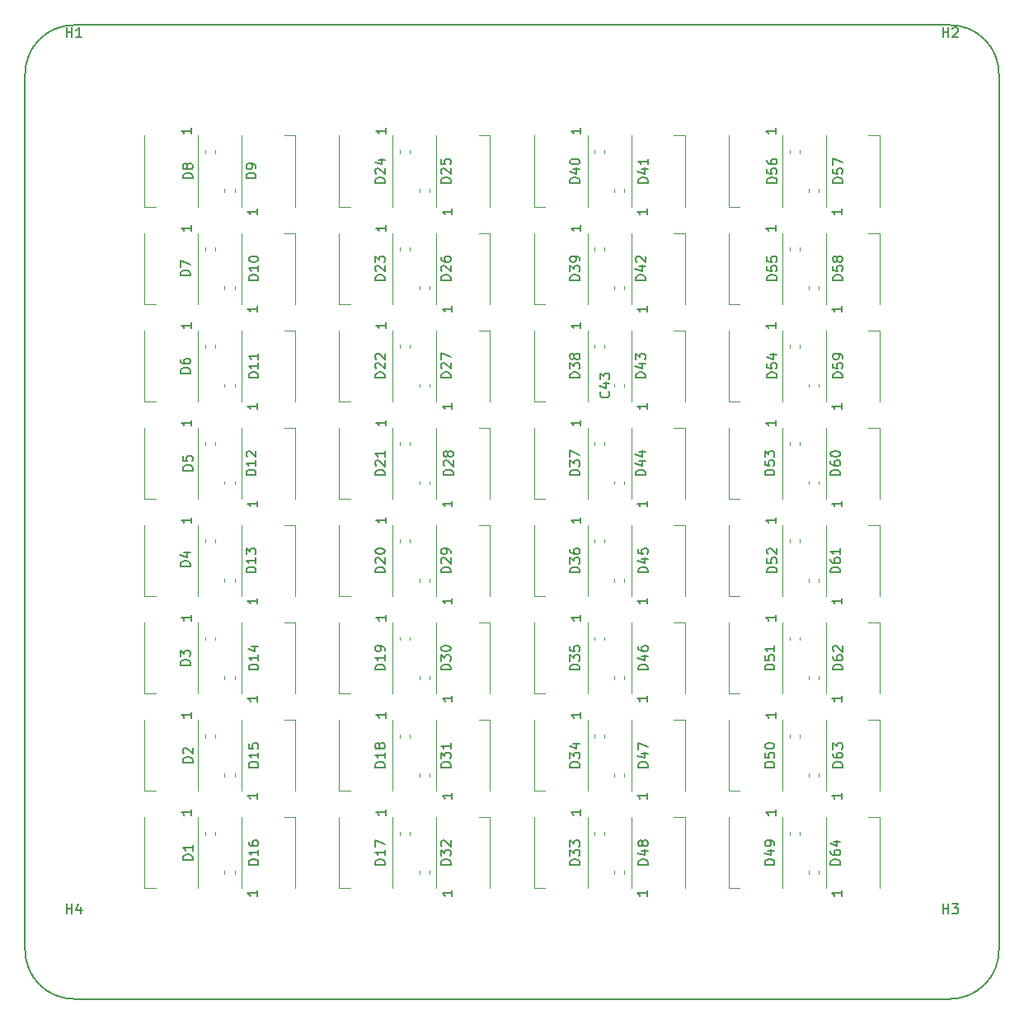
<source format=gbr>
%TF.GenerationSoftware,KiCad,Pcbnew,(5.1.6)-1*%
%TF.CreationDate,2020-12-06T00:26:17+01:00*%
%TF.ProjectId,04_La_Plaque_LEDS,30345f4c-615f-4506-9c61-7175655f4c45,rev?*%
%TF.SameCoordinates,Original*%
%TF.FileFunction,Legend,Top*%
%TF.FilePolarity,Positive*%
%FSLAX46Y46*%
G04 Gerber Fmt 4.6, Leading zero omitted, Abs format (unit mm)*
G04 Created by KiCad (PCBNEW (5.1.6)-1) date 2020-12-06 00:26:17*
%MOMM*%
%LPD*%
G01*
G04 APERTURE LIST*
%TA.AperFunction,Profile*%
%ADD10C,0.150000*%
%TD*%
%ADD11C,0.120000*%
%ADD12C,0.150000*%
G04 APERTURE END LIST*
D10*
X195000000Y-55000000D02*
G75*
G02*
X200000000Y-60000000I0J-5000000D01*
G01*
X200000000Y-150000000D02*
G75*
G02*
X195000000Y-155000000I-5000000J0D01*
G01*
X105000000Y-155000000D02*
G75*
G02*
X100000000Y-150000000I0J5000000D01*
G01*
X100000000Y-60000000D02*
G75*
G02*
X105000000Y-55000000I5000000J0D01*
G01*
X100000000Y-150000000D02*
X100000000Y-60000000D01*
X195000000Y-155000000D02*
X105000000Y-155000000D01*
X200000000Y-60000000D02*
X200000000Y-150000000D01*
X105000000Y-55000000D02*
X195000000Y-55000000D01*
D11*
%TO.C,C20*%
X138490000Y-107837221D02*
X138490000Y-108162779D01*
X139510000Y-107837221D02*
X139510000Y-108162779D01*
%TO.C,C11*%
X120490000Y-92162779D02*
X120490000Y-91837221D01*
X121510000Y-92162779D02*
X121510000Y-91837221D01*
%TO.C,C15*%
X120490000Y-132162779D02*
X120490000Y-131837221D01*
X121510000Y-132162779D02*
X121510000Y-131837221D01*
%TO.C,C25*%
X140490000Y-72162779D02*
X140490000Y-71837221D01*
X141510000Y-72162779D02*
X141510000Y-71837221D01*
%TO.C,C35*%
X158490000Y-117837221D02*
X158490000Y-118162779D01*
X159510000Y-117837221D02*
X159510000Y-118162779D01*
%TO.C,C5*%
X119510000Y-97837221D02*
X119510000Y-98162779D01*
X118490000Y-97837221D02*
X118490000Y-98162779D01*
%TO.C,C12*%
X120490000Y-102162779D02*
X120490000Y-101837221D01*
X121510000Y-102162779D02*
X121510000Y-101837221D01*
%TO.C,C22*%
X138490000Y-87837221D02*
X138490000Y-88162779D01*
X139510000Y-87837221D02*
X139510000Y-88162779D01*
%TO.C,C32*%
X140490000Y-142162779D02*
X140490000Y-141837221D01*
X141510000Y-142162779D02*
X141510000Y-141837221D01*
%TO.C,C2*%
X118490000Y-127837221D02*
X118490000Y-128162779D01*
X119510000Y-127837221D02*
X119510000Y-128162779D01*
%TO.C,C16*%
X120490000Y-142162779D02*
X120490000Y-141837221D01*
X121510000Y-142162779D02*
X121510000Y-141837221D01*
%TO.C,C26*%
X140490000Y-82162779D02*
X140490000Y-81837221D01*
X141510000Y-82162779D02*
X141510000Y-81837221D01*
%TO.C,C36*%
X158490000Y-107837221D02*
X158490000Y-108162779D01*
X159510000Y-107837221D02*
X159510000Y-108162779D01*
%TO.C,C6*%
X119510000Y-87837221D02*
X119510000Y-88162779D01*
X118490000Y-87837221D02*
X118490000Y-88162779D01*
%TO.C,C19*%
X138490000Y-117837221D02*
X138490000Y-118162779D01*
X139510000Y-117837221D02*
X139510000Y-118162779D01*
%TO.C,C29*%
X141510000Y-112162779D02*
X141510000Y-111837221D01*
X140490000Y-112162779D02*
X140490000Y-111837221D01*
%TO.C,C39*%
X159510000Y-77837221D02*
X159510000Y-78162779D01*
X158490000Y-77837221D02*
X158490000Y-78162779D01*
%TO.C,C9*%
X121510000Y-72162779D02*
X121510000Y-71837221D01*
X120490000Y-72162779D02*
X120490000Y-71837221D01*
%TO.C,C17*%
X139510000Y-137837221D02*
X139510000Y-138162779D01*
X138490000Y-137837221D02*
X138490000Y-138162779D01*
%TO.C,C27*%
X141510000Y-92162779D02*
X141510000Y-91837221D01*
X140490000Y-92162779D02*
X140490000Y-91837221D01*
%TO.C,C37*%
X158490000Y-97837221D02*
X158490000Y-98162779D01*
X159510000Y-97837221D02*
X159510000Y-98162779D01*
%TO.C,C7*%
X119510000Y-77837221D02*
X119510000Y-78162779D01*
X118490000Y-77837221D02*
X118490000Y-78162779D01*
%TO.C,C30*%
X140490000Y-122162779D02*
X140490000Y-121837221D01*
X141510000Y-122162779D02*
X141510000Y-121837221D01*
%TO.C,C40*%
X159510000Y-67837221D02*
X159510000Y-68162779D01*
X158490000Y-67837221D02*
X158490000Y-68162779D01*
%TO.C,C10*%
X121510000Y-82162779D02*
X121510000Y-81837221D01*
X120490000Y-82162779D02*
X120490000Y-81837221D01*
%TO.C,C18*%
X139510000Y-127837221D02*
X139510000Y-128162779D01*
X138490000Y-127837221D02*
X138490000Y-128162779D01*
%TO.C,C28*%
X141510000Y-102162779D02*
X141510000Y-101837221D01*
X140490000Y-102162779D02*
X140490000Y-101837221D01*
%TO.C,C38*%
X159510000Y-87837221D02*
X159510000Y-88162779D01*
X158490000Y-87837221D02*
X158490000Y-88162779D01*
%TO.C,C8*%
X119510000Y-67837221D02*
X119510000Y-68162779D01*
X118490000Y-67837221D02*
X118490000Y-68162779D01*
%TO.C,C13*%
X121510000Y-112162779D02*
X121510000Y-111837221D01*
X120490000Y-112162779D02*
X120490000Y-111837221D01*
%TO.C,C23*%
X139510000Y-77837221D02*
X139510000Y-78162779D01*
X138490000Y-77837221D02*
X138490000Y-78162779D01*
%TO.C,C33*%
X159510000Y-137837221D02*
X159510000Y-138162779D01*
X158490000Y-137837221D02*
X158490000Y-138162779D01*
%TO.C,C3*%
X118490000Y-117837221D02*
X118490000Y-118162779D01*
X119510000Y-117837221D02*
X119510000Y-118162779D01*
%TO.C,C21*%
X138490000Y-97837221D02*
X138490000Y-98162779D01*
X139510000Y-97837221D02*
X139510000Y-98162779D01*
%TO.C,C31*%
X141510000Y-132162779D02*
X141510000Y-131837221D01*
X140490000Y-132162779D02*
X140490000Y-131837221D01*
%TO.C,C1*%
X119510000Y-137837221D02*
X119510000Y-138162779D01*
X118490000Y-137837221D02*
X118490000Y-138162779D01*
%TO.C,C14*%
X121510000Y-122162779D02*
X121510000Y-121837221D01*
X120490000Y-122162779D02*
X120490000Y-121837221D01*
%TO.C,C24*%
X139510000Y-67837221D02*
X139510000Y-68162779D01*
X138490000Y-67837221D02*
X138490000Y-68162779D01*
%TO.C,C34*%
X159510000Y-127837221D02*
X159510000Y-128162779D01*
X158490000Y-127837221D02*
X158490000Y-128162779D01*
%TO.C,C4*%
X118490000Y-107837221D02*
X118490000Y-108162779D01*
X119510000Y-107837221D02*
X119510000Y-108162779D01*
%TO.C,C55*%
X178490000Y-77837221D02*
X178490000Y-78162779D01*
X179510000Y-77837221D02*
X179510000Y-78162779D01*
%TO.C,C62*%
X180490000Y-122162779D02*
X180490000Y-121837221D01*
X181510000Y-122162779D02*
X181510000Y-121837221D01*
%TO.C,C45*%
X161510000Y-112162779D02*
X161510000Y-111837221D01*
X160490000Y-112162779D02*
X160490000Y-111837221D01*
%TO.C,C52*%
X179510000Y-107837221D02*
X179510000Y-108162779D01*
X178490000Y-107837221D02*
X178490000Y-108162779D01*
%TO.C,C61*%
X181510000Y-112162779D02*
X181510000Y-111837221D01*
X180490000Y-112162779D02*
X180490000Y-111837221D01*
%TO.C,C41*%
X160490000Y-72162779D02*
X160490000Y-71837221D01*
X161510000Y-72162779D02*
X161510000Y-71837221D01*
%TO.C,C56*%
X178490000Y-67837221D02*
X178490000Y-68162779D01*
X179510000Y-67837221D02*
X179510000Y-68162779D01*
%TO.C,C63*%
X180490000Y-132162779D02*
X180490000Y-131837221D01*
X181510000Y-132162779D02*
X181510000Y-131837221D01*
%TO.C,C46*%
X161510000Y-122162779D02*
X161510000Y-121837221D01*
X160490000Y-122162779D02*
X160490000Y-121837221D01*
%TO.C,C64*%
X181510000Y-142162779D02*
X181510000Y-141837221D01*
X180490000Y-142162779D02*
X180490000Y-141837221D01*
%TO.C,C49*%
X179510000Y-137837221D02*
X179510000Y-138162779D01*
X178490000Y-137837221D02*
X178490000Y-138162779D01*
%TO.C,C57*%
X181510000Y-72162779D02*
X181510000Y-71837221D01*
X180490000Y-72162779D02*
X180490000Y-71837221D01*
%TO.C,C47*%
X161510000Y-132162779D02*
X161510000Y-131837221D01*
X160490000Y-132162779D02*
X160490000Y-131837221D01*
%TO.C,C50*%
X179510000Y-127837221D02*
X179510000Y-128162779D01*
X178490000Y-127837221D02*
X178490000Y-128162779D01*
%TO.C,C58*%
X181510000Y-82162779D02*
X181510000Y-81837221D01*
X180490000Y-82162779D02*
X180490000Y-81837221D01*
%TO.C,C48*%
X161510000Y-142162779D02*
X161510000Y-141837221D01*
X160490000Y-142162779D02*
X160490000Y-141837221D01*
%TO.C,C53*%
X179510000Y-97837221D02*
X179510000Y-98162779D01*
X178490000Y-97837221D02*
X178490000Y-98162779D01*
%TO.C,C42*%
X160490000Y-82162779D02*
X160490000Y-81837221D01*
X161510000Y-82162779D02*
X161510000Y-81837221D01*
%TO.C,C51*%
X178490000Y-117837221D02*
X178490000Y-118162779D01*
X179510000Y-117837221D02*
X179510000Y-118162779D01*
%TO.C,C54*%
X178490000Y-87837221D02*
X178490000Y-88162779D01*
X179510000Y-87837221D02*
X179510000Y-88162779D01*
%TO.C,C44*%
X161510000Y-102162779D02*
X161510000Y-101837221D01*
X160490000Y-102162779D02*
X160490000Y-101837221D01*
%TO.C,D11*%
X122250000Y-93650000D02*
X122250000Y-86350000D01*
X127750000Y-93650000D02*
X127750000Y-86350000D01*
X127750000Y-86350000D02*
X126600000Y-86350000D01*
%TO.C,D21*%
X137750000Y-96350000D02*
X137750000Y-103650000D01*
X132250000Y-96350000D02*
X132250000Y-103650000D01*
X132250000Y-103650000D02*
X133400000Y-103650000D01*
%TO.C,D31*%
X142250000Y-133650000D02*
X142250000Y-126350000D01*
X147750000Y-133650000D02*
X147750000Y-126350000D01*
X147750000Y-126350000D02*
X146600000Y-126350000D01*
%TO.C,D1*%
X112250000Y-143650000D02*
X113400000Y-143650000D01*
X112250000Y-136350000D02*
X112250000Y-143650000D01*
X117750000Y-136350000D02*
X117750000Y-143650000D01*
%TO.C,D12*%
X127750000Y-96350000D02*
X126600000Y-96350000D01*
X127750000Y-103650000D02*
X127750000Y-96350000D01*
X122250000Y-103650000D02*
X122250000Y-96350000D01*
%TO.C,D22*%
X132250000Y-93650000D02*
X133400000Y-93650000D01*
X132250000Y-86350000D02*
X132250000Y-93650000D01*
X137750000Y-86350000D02*
X137750000Y-93650000D01*
%TO.C,D32*%
X147750000Y-136350000D02*
X146600000Y-136350000D01*
X147750000Y-143650000D02*
X147750000Y-136350000D01*
X142250000Y-143650000D02*
X142250000Y-136350000D01*
%TO.C,D2*%
X117750000Y-126350000D02*
X117750000Y-133650000D01*
X112250000Y-126350000D02*
X112250000Y-133650000D01*
X112250000Y-133650000D02*
X113400000Y-133650000D01*
%TO.C,D13*%
X122250000Y-113650000D02*
X122250000Y-106350000D01*
X127750000Y-113650000D02*
X127750000Y-106350000D01*
X127750000Y-106350000D02*
X126600000Y-106350000D01*
%TO.C,D23*%
X132250000Y-83650000D02*
X133400000Y-83650000D01*
X132250000Y-76350000D02*
X132250000Y-83650000D01*
X137750000Y-76350000D02*
X137750000Y-83650000D01*
%TO.C,D33*%
X157750000Y-136350000D02*
X157750000Y-143650000D01*
X152250000Y-136350000D02*
X152250000Y-143650000D01*
X152250000Y-143650000D02*
X153400000Y-143650000D01*
%TO.C,D3*%
X112250000Y-123650000D02*
X113400000Y-123650000D01*
X112250000Y-116350000D02*
X112250000Y-123650000D01*
X117750000Y-116350000D02*
X117750000Y-123650000D01*
%TO.C,D14*%
X127750000Y-116350000D02*
X126600000Y-116350000D01*
X127750000Y-123650000D02*
X127750000Y-116350000D01*
X122250000Y-123650000D02*
X122250000Y-116350000D01*
%TO.C,D24*%
X132250000Y-73650000D02*
X133400000Y-73650000D01*
X132250000Y-66350000D02*
X132250000Y-73650000D01*
X137750000Y-66350000D02*
X137750000Y-73650000D01*
%TO.C,D34*%
X152250000Y-133650000D02*
X153400000Y-133650000D01*
X152250000Y-126350000D02*
X152250000Y-133650000D01*
X157750000Y-126350000D02*
X157750000Y-133650000D01*
%TO.C,D4*%
X117750000Y-106350000D02*
X117750000Y-113650000D01*
X112250000Y-106350000D02*
X112250000Y-113650000D01*
X112250000Y-113650000D02*
X113400000Y-113650000D01*
%TO.C,D15*%
X122250000Y-133650000D02*
X122250000Y-126350000D01*
X127750000Y-133650000D02*
X127750000Y-126350000D01*
X127750000Y-126350000D02*
X126600000Y-126350000D01*
%TO.C,D25*%
X147750000Y-66350000D02*
X146600000Y-66350000D01*
X147750000Y-73650000D02*
X147750000Y-66350000D01*
X142250000Y-73650000D02*
X142250000Y-66350000D01*
%TO.C,D35*%
X157750000Y-116350000D02*
X157750000Y-123650000D01*
X152250000Y-116350000D02*
X152250000Y-123650000D01*
X152250000Y-123650000D02*
X153400000Y-123650000D01*
%TO.C,D5*%
X112250000Y-103650000D02*
X113400000Y-103650000D01*
X112250000Y-96350000D02*
X112250000Y-103650000D01*
X117750000Y-96350000D02*
X117750000Y-103650000D01*
%TO.C,D16*%
X127750000Y-136350000D02*
X126600000Y-136350000D01*
X127750000Y-143650000D02*
X127750000Y-136350000D01*
X122250000Y-143650000D02*
X122250000Y-136350000D01*
%TO.C,D26*%
X142250000Y-83650000D02*
X142250000Y-76350000D01*
X147750000Y-83650000D02*
X147750000Y-76350000D01*
X147750000Y-76350000D02*
X146600000Y-76350000D01*
%TO.C,D36*%
X152250000Y-113650000D02*
X153400000Y-113650000D01*
X152250000Y-106350000D02*
X152250000Y-113650000D01*
X157750000Y-106350000D02*
X157750000Y-113650000D01*
%TO.C,D6*%
X117750000Y-86350000D02*
X117750000Y-93650000D01*
X112250000Y-86350000D02*
X112250000Y-93650000D01*
X112250000Y-93650000D02*
X113400000Y-93650000D01*
%TO.C,D17*%
X137750000Y-136350000D02*
X137750000Y-143650000D01*
X132250000Y-136350000D02*
X132250000Y-143650000D01*
X132250000Y-143650000D02*
X133400000Y-143650000D01*
%TO.C,D27*%
X147750000Y-86350000D02*
X146600000Y-86350000D01*
X147750000Y-93650000D02*
X147750000Y-86350000D01*
X142250000Y-93650000D02*
X142250000Y-86350000D01*
%TO.C,D37*%
X157750000Y-96350000D02*
X157750000Y-103650000D01*
X152250000Y-96350000D02*
X152250000Y-103650000D01*
X152250000Y-103650000D02*
X153400000Y-103650000D01*
%TO.C,D7*%
X112250000Y-83650000D02*
X113400000Y-83650000D01*
X112250000Y-76350000D02*
X112250000Y-83650000D01*
X117750000Y-76350000D02*
X117750000Y-83650000D01*
%TO.C,D18*%
X132250000Y-133650000D02*
X133400000Y-133650000D01*
X132250000Y-126350000D02*
X132250000Y-133650000D01*
X137750000Y-126350000D02*
X137750000Y-133650000D01*
%TO.C,D28*%
X142250000Y-103650000D02*
X142250000Y-96350000D01*
X147750000Y-103650000D02*
X147750000Y-96350000D01*
X147750000Y-96350000D02*
X146600000Y-96350000D01*
%TO.C,D38*%
X152250000Y-93650000D02*
X153400000Y-93650000D01*
X152250000Y-86350000D02*
X152250000Y-93650000D01*
X157750000Y-86350000D02*
X157750000Y-93650000D01*
%TO.C,D8*%
X117750000Y-66350000D02*
X117750000Y-73650000D01*
X112250000Y-66350000D02*
X112250000Y-73650000D01*
X112250000Y-73650000D02*
X113400000Y-73650000D01*
%TO.C,D19*%
X137750000Y-116350000D02*
X137750000Y-123650000D01*
X132250000Y-116350000D02*
X132250000Y-123650000D01*
X132250000Y-123650000D02*
X133400000Y-123650000D01*
%TO.C,D29*%
X147750000Y-106350000D02*
X146600000Y-106350000D01*
X147750000Y-113650000D02*
X147750000Y-106350000D01*
X142250000Y-113650000D02*
X142250000Y-106350000D01*
%TO.C,D39*%
X157750000Y-76350000D02*
X157750000Y-83650000D01*
X152250000Y-76350000D02*
X152250000Y-83650000D01*
X152250000Y-83650000D02*
X153400000Y-83650000D01*
%TO.C,D9*%
X127750000Y-66350000D02*
X126600000Y-66350000D01*
X127750000Y-73650000D02*
X127750000Y-66350000D01*
X122250000Y-73650000D02*
X122250000Y-66350000D01*
%TO.C,D20*%
X132250000Y-113650000D02*
X133400000Y-113650000D01*
X132250000Y-106350000D02*
X132250000Y-113650000D01*
X137750000Y-106350000D02*
X137750000Y-113650000D01*
%TO.C,D30*%
X142250000Y-123650000D02*
X142250000Y-116350000D01*
X147750000Y-123650000D02*
X147750000Y-116350000D01*
X147750000Y-116350000D02*
X146600000Y-116350000D01*
%TO.C,D40*%
X152250000Y-73650000D02*
X153400000Y-73650000D01*
X152250000Y-66350000D02*
X152250000Y-73650000D01*
X157750000Y-66350000D02*
X157750000Y-73650000D01*
%TO.C,D10*%
X122250000Y-83650000D02*
X122250000Y-76350000D01*
X127750000Y-83650000D02*
X127750000Y-76350000D01*
X127750000Y-76350000D02*
X126600000Y-76350000D01*
%TO.C,D51*%
X177750000Y-116350000D02*
X177750000Y-123650000D01*
X172250000Y-116350000D02*
X172250000Y-123650000D01*
X172250000Y-123650000D02*
X173400000Y-123650000D01*
%TO.C,D61*%
X182250000Y-113650000D02*
X182250000Y-106350000D01*
X187750000Y-113650000D02*
X187750000Y-106350000D01*
X187750000Y-106350000D02*
X186600000Y-106350000D01*
%TO.C,D41*%
X167750000Y-66350000D02*
X166600000Y-66350000D01*
X167750000Y-73650000D02*
X167750000Y-66350000D01*
X162250000Y-73650000D02*
X162250000Y-66350000D01*
%TO.C,D52*%
X172250000Y-113650000D02*
X173400000Y-113650000D01*
X172250000Y-106350000D02*
X172250000Y-113650000D01*
X177750000Y-106350000D02*
X177750000Y-113650000D01*
%TO.C,D62*%
X187750000Y-116350000D02*
X186600000Y-116350000D01*
X187750000Y-123650000D02*
X187750000Y-116350000D01*
X182250000Y-123650000D02*
X182250000Y-116350000D01*
%TO.C,D42*%
X162250000Y-83650000D02*
X162250000Y-76350000D01*
X167750000Y-83650000D02*
X167750000Y-76350000D01*
X167750000Y-76350000D02*
X166600000Y-76350000D01*
%TO.C,D53*%
X177750000Y-96350000D02*
X177750000Y-103650000D01*
X172250000Y-96350000D02*
X172250000Y-103650000D01*
X172250000Y-103650000D02*
X173400000Y-103650000D01*
%TO.C,D63*%
X187750000Y-126350000D02*
X186600000Y-126350000D01*
X187750000Y-133650000D02*
X187750000Y-126350000D01*
X182250000Y-133650000D02*
X182250000Y-126350000D01*
%TO.C,D43*%
X167750000Y-86350000D02*
X166600000Y-86350000D01*
X167750000Y-93650000D02*
X167750000Y-86350000D01*
X162250000Y-93650000D02*
X162250000Y-86350000D01*
%TO.C,D54*%
X172250000Y-93650000D02*
X173400000Y-93650000D01*
X172250000Y-86350000D02*
X172250000Y-93650000D01*
X177750000Y-86350000D02*
X177750000Y-93650000D01*
%TO.C,D64*%
X187750000Y-136350000D02*
X186600000Y-136350000D01*
X187750000Y-143650000D02*
X187750000Y-136350000D01*
X182250000Y-143650000D02*
X182250000Y-136350000D01*
%TO.C,D44*%
X162250000Y-103650000D02*
X162250000Y-96350000D01*
X167750000Y-103650000D02*
X167750000Y-96350000D01*
X167750000Y-96350000D02*
X166600000Y-96350000D01*
%TO.C,D55*%
X177750000Y-76350000D02*
X177750000Y-83650000D01*
X172250000Y-76350000D02*
X172250000Y-83650000D01*
X172250000Y-83650000D02*
X173400000Y-83650000D01*
%TO.C,D45*%
X167750000Y-106350000D02*
X166600000Y-106350000D01*
X167750000Y-113650000D02*
X167750000Y-106350000D01*
X162250000Y-113650000D02*
X162250000Y-106350000D01*
%TO.C,D56*%
X172250000Y-73650000D02*
X173400000Y-73650000D01*
X172250000Y-66350000D02*
X172250000Y-73650000D01*
X177750000Y-66350000D02*
X177750000Y-73650000D01*
%TO.C,D46*%
X162250000Y-123650000D02*
X162250000Y-116350000D01*
X167750000Y-123650000D02*
X167750000Y-116350000D01*
X167750000Y-116350000D02*
X166600000Y-116350000D01*
%TO.C,D57*%
X182250000Y-73650000D02*
X182250000Y-66350000D01*
X187750000Y-73650000D02*
X187750000Y-66350000D01*
X187750000Y-66350000D02*
X186600000Y-66350000D01*
%TO.C,D47*%
X167750000Y-126350000D02*
X166600000Y-126350000D01*
X167750000Y-133650000D02*
X167750000Y-126350000D01*
X162250000Y-133650000D02*
X162250000Y-126350000D01*
%TO.C,D58*%
X187750000Y-76350000D02*
X186600000Y-76350000D01*
X187750000Y-83650000D02*
X187750000Y-76350000D01*
X182250000Y-83650000D02*
X182250000Y-76350000D01*
%TO.C,D48*%
X162250000Y-143650000D02*
X162250000Y-136350000D01*
X167750000Y-143650000D02*
X167750000Y-136350000D01*
X167750000Y-136350000D02*
X166600000Y-136350000D01*
%TO.C,D59*%
X182250000Y-93650000D02*
X182250000Y-86350000D01*
X187750000Y-93650000D02*
X187750000Y-86350000D01*
X187750000Y-86350000D02*
X186600000Y-86350000D01*
%TO.C,D49*%
X172250000Y-143650000D02*
X173400000Y-143650000D01*
X172250000Y-136350000D02*
X172250000Y-143650000D01*
X177750000Y-136350000D02*
X177750000Y-143650000D01*
%TO.C,D60*%
X187750000Y-96350000D02*
X186600000Y-96350000D01*
X187750000Y-103650000D02*
X187750000Y-96350000D01*
X182250000Y-103650000D02*
X182250000Y-96350000D01*
%TO.C,D50*%
X177750000Y-126350000D02*
X177750000Y-133650000D01*
X172250000Y-126350000D02*
X172250000Y-133650000D01*
X172250000Y-133650000D02*
X173400000Y-133650000D01*
%TO.C,C59*%
X180490000Y-92162779D02*
X180490000Y-91837221D01*
X181510000Y-92162779D02*
X181510000Y-91837221D01*
%TO.C,C60*%
X181510000Y-102162779D02*
X181510000Y-101837221D01*
X180490000Y-102162779D02*
X180490000Y-101837221D01*
%TO.C,C43*%
X161510000Y-92162779D02*
X161510000Y-91837221D01*
X160490000Y-92162779D02*
X160490000Y-91837221D01*
%TD*%
%TO.C,H3*%
D12*
X194238095Y-146252380D02*
X194238095Y-145252380D01*
X194238095Y-145728571D02*
X194809523Y-145728571D01*
X194809523Y-146252380D02*
X194809523Y-145252380D01*
X195190476Y-145252380D02*
X195809523Y-145252380D01*
X195476190Y-145633333D01*
X195619047Y-145633333D01*
X195714285Y-145680952D01*
X195761904Y-145728571D01*
X195809523Y-145823809D01*
X195809523Y-146061904D01*
X195761904Y-146157142D01*
X195714285Y-146204761D01*
X195619047Y-146252380D01*
X195333333Y-146252380D01*
X195238095Y-146204761D01*
X195190476Y-146157142D01*
%TO.C,D11*%
X123952380Y-91214285D02*
X122952380Y-91214285D01*
X122952380Y-90976190D01*
X123000000Y-90833333D01*
X123095238Y-90738095D01*
X123190476Y-90690476D01*
X123380952Y-90642857D01*
X123523809Y-90642857D01*
X123714285Y-90690476D01*
X123809523Y-90738095D01*
X123904761Y-90833333D01*
X123952380Y-90976190D01*
X123952380Y-91214285D01*
X123952380Y-89690476D02*
X123952380Y-90261904D01*
X123952380Y-89976190D02*
X122952380Y-89976190D01*
X123095238Y-90071428D01*
X123190476Y-90166666D01*
X123238095Y-90261904D01*
X123952380Y-88738095D02*
X123952380Y-89309523D01*
X123952380Y-89023809D02*
X122952380Y-89023809D01*
X123095238Y-89119047D01*
X123190476Y-89214285D01*
X123238095Y-89309523D01*
X123852380Y-93864285D02*
X123852380Y-94435714D01*
X123852380Y-94150000D02*
X122852380Y-94150000D01*
X122995238Y-94245238D01*
X123090476Y-94340476D01*
X123138095Y-94435714D01*
%TO.C,D21*%
X136952380Y-101214285D02*
X135952380Y-101214285D01*
X135952380Y-100976190D01*
X136000000Y-100833333D01*
X136095238Y-100738095D01*
X136190476Y-100690476D01*
X136380952Y-100642857D01*
X136523809Y-100642857D01*
X136714285Y-100690476D01*
X136809523Y-100738095D01*
X136904761Y-100833333D01*
X136952380Y-100976190D01*
X136952380Y-101214285D01*
X136047619Y-100261904D02*
X136000000Y-100214285D01*
X135952380Y-100119047D01*
X135952380Y-99880952D01*
X136000000Y-99785714D01*
X136047619Y-99738095D01*
X136142857Y-99690476D01*
X136238095Y-99690476D01*
X136380952Y-99738095D01*
X136952380Y-100309523D01*
X136952380Y-99690476D01*
X136952380Y-98738095D02*
X136952380Y-99309523D01*
X136952380Y-99023809D02*
X135952380Y-99023809D01*
X136095238Y-99119047D01*
X136190476Y-99214285D01*
X136238095Y-99309523D01*
X137052380Y-95564285D02*
X137052380Y-96135714D01*
X137052380Y-95850000D02*
X136052380Y-95850000D01*
X136195238Y-95945238D01*
X136290476Y-96040476D01*
X136338095Y-96135714D01*
%TO.C,D31*%
X143702380Y-131214285D02*
X142702380Y-131214285D01*
X142702380Y-130976190D01*
X142750000Y-130833333D01*
X142845238Y-130738095D01*
X142940476Y-130690476D01*
X143130952Y-130642857D01*
X143273809Y-130642857D01*
X143464285Y-130690476D01*
X143559523Y-130738095D01*
X143654761Y-130833333D01*
X143702380Y-130976190D01*
X143702380Y-131214285D01*
X142702380Y-130309523D02*
X142702380Y-129690476D01*
X143083333Y-130023809D01*
X143083333Y-129880952D01*
X143130952Y-129785714D01*
X143178571Y-129738095D01*
X143273809Y-129690476D01*
X143511904Y-129690476D01*
X143607142Y-129738095D01*
X143654761Y-129785714D01*
X143702380Y-129880952D01*
X143702380Y-130166666D01*
X143654761Y-130261904D01*
X143607142Y-130309523D01*
X143702380Y-128738095D02*
X143702380Y-129309523D01*
X143702380Y-129023809D02*
X142702380Y-129023809D01*
X142845238Y-129119047D01*
X142940476Y-129214285D01*
X142988095Y-129309523D01*
X143852380Y-133864285D02*
X143852380Y-134435714D01*
X143852380Y-134150000D02*
X142852380Y-134150000D01*
X142995238Y-134245238D01*
X143090476Y-134340476D01*
X143138095Y-134435714D01*
%TO.C,D1*%
X117202380Y-140738095D02*
X116202380Y-140738095D01*
X116202380Y-140500000D01*
X116250000Y-140357142D01*
X116345238Y-140261904D01*
X116440476Y-140214285D01*
X116630952Y-140166666D01*
X116773809Y-140166666D01*
X116964285Y-140214285D01*
X117059523Y-140261904D01*
X117154761Y-140357142D01*
X117202380Y-140500000D01*
X117202380Y-140738095D01*
X117202380Y-139214285D02*
X117202380Y-139785714D01*
X117202380Y-139500000D02*
X116202380Y-139500000D01*
X116345238Y-139595238D01*
X116440476Y-139690476D01*
X116488095Y-139785714D01*
X117052380Y-135564285D02*
X117052380Y-136135714D01*
X117052380Y-135850000D02*
X116052380Y-135850000D01*
X116195238Y-135945238D01*
X116290476Y-136040476D01*
X116338095Y-136135714D01*
%TO.C,D12*%
X123702380Y-101214285D02*
X122702380Y-101214285D01*
X122702380Y-100976190D01*
X122750000Y-100833333D01*
X122845238Y-100738095D01*
X122940476Y-100690476D01*
X123130952Y-100642857D01*
X123273809Y-100642857D01*
X123464285Y-100690476D01*
X123559523Y-100738095D01*
X123654761Y-100833333D01*
X123702380Y-100976190D01*
X123702380Y-101214285D01*
X123702380Y-99690476D02*
X123702380Y-100261904D01*
X123702380Y-99976190D02*
X122702380Y-99976190D01*
X122845238Y-100071428D01*
X122940476Y-100166666D01*
X122988095Y-100261904D01*
X122797619Y-99309523D02*
X122750000Y-99261904D01*
X122702380Y-99166666D01*
X122702380Y-98928571D01*
X122750000Y-98833333D01*
X122797619Y-98785714D01*
X122892857Y-98738095D01*
X122988095Y-98738095D01*
X123130952Y-98785714D01*
X123702380Y-99357142D01*
X123702380Y-98738095D01*
X123852380Y-103864285D02*
X123852380Y-104435714D01*
X123852380Y-104150000D02*
X122852380Y-104150000D01*
X122995238Y-104245238D01*
X123090476Y-104340476D01*
X123138095Y-104435714D01*
%TO.C,D22*%
X136952380Y-91214285D02*
X135952380Y-91214285D01*
X135952380Y-90976190D01*
X136000000Y-90833333D01*
X136095238Y-90738095D01*
X136190476Y-90690476D01*
X136380952Y-90642857D01*
X136523809Y-90642857D01*
X136714285Y-90690476D01*
X136809523Y-90738095D01*
X136904761Y-90833333D01*
X136952380Y-90976190D01*
X136952380Y-91214285D01*
X136047619Y-90261904D02*
X136000000Y-90214285D01*
X135952380Y-90119047D01*
X135952380Y-89880952D01*
X136000000Y-89785714D01*
X136047619Y-89738095D01*
X136142857Y-89690476D01*
X136238095Y-89690476D01*
X136380952Y-89738095D01*
X136952380Y-90309523D01*
X136952380Y-89690476D01*
X136047619Y-89309523D02*
X136000000Y-89261904D01*
X135952380Y-89166666D01*
X135952380Y-88928571D01*
X136000000Y-88833333D01*
X136047619Y-88785714D01*
X136142857Y-88738095D01*
X136238095Y-88738095D01*
X136380952Y-88785714D01*
X136952380Y-89357142D01*
X136952380Y-88738095D01*
X137052380Y-85564285D02*
X137052380Y-86135714D01*
X137052380Y-85850000D02*
X136052380Y-85850000D01*
X136195238Y-85945238D01*
X136290476Y-86040476D01*
X136338095Y-86135714D01*
%TO.C,D32*%
X143702380Y-141214285D02*
X142702380Y-141214285D01*
X142702380Y-140976190D01*
X142750000Y-140833333D01*
X142845238Y-140738095D01*
X142940476Y-140690476D01*
X143130952Y-140642857D01*
X143273809Y-140642857D01*
X143464285Y-140690476D01*
X143559523Y-140738095D01*
X143654761Y-140833333D01*
X143702380Y-140976190D01*
X143702380Y-141214285D01*
X142702380Y-140309523D02*
X142702380Y-139690476D01*
X143083333Y-140023809D01*
X143083333Y-139880952D01*
X143130952Y-139785714D01*
X143178571Y-139738095D01*
X143273809Y-139690476D01*
X143511904Y-139690476D01*
X143607142Y-139738095D01*
X143654761Y-139785714D01*
X143702380Y-139880952D01*
X143702380Y-140166666D01*
X143654761Y-140261904D01*
X143607142Y-140309523D01*
X142797619Y-139309523D02*
X142750000Y-139261904D01*
X142702380Y-139166666D01*
X142702380Y-138928571D01*
X142750000Y-138833333D01*
X142797619Y-138785714D01*
X142892857Y-138738095D01*
X142988095Y-138738095D01*
X143130952Y-138785714D01*
X143702380Y-139357142D01*
X143702380Y-138738095D01*
X143852380Y-143864285D02*
X143852380Y-144435714D01*
X143852380Y-144150000D02*
X142852380Y-144150000D01*
X142995238Y-144245238D01*
X143090476Y-144340476D01*
X143138095Y-144435714D01*
%TO.C,D2*%
X117202380Y-130738095D02*
X116202380Y-130738095D01*
X116202380Y-130500000D01*
X116250000Y-130357142D01*
X116345238Y-130261904D01*
X116440476Y-130214285D01*
X116630952Y-130166666D01*
X116773809Y-130166666D01*
X116964285Y-130214285D01*
X117059523Y-130261904D01*
X117154761Y-130357142D01*
X117202380Y-130500000D01*
X117202380Y-130738095D01*
X116297619Y-129785714D02*
X116250000Y-129738095D01*
X116202380Y-129642857D01*
X116202380Y-129404761D01*
X116250000Y-129309523D01*
X116297619Y-129261904D01*
X116392857Y-129214285D01*
X116488095Y-129214285D01*
X116630952Y-129261904D01*
X117202380Y-129833333D01*
X117202380Y-129214285D01*
X117052380Y-125564285D02*
X117052380Y-126135714D01*
X117052380Y-125850000D02*
X116052380Y-125850000D01*
X116195238Y-125945238D01*
X116290476Y-126040476D01*
X116338095Y-126135714D01*
%TO.C,D13*%
X123702380Y-111214285D02*
X122702380Y-111214285D01*
X122702380Y-110976190D01*
X122750000Y-110833333D01*
X122845238Y-110738095D01*
X122940476Y-110690476D01*
X123130952Y-110642857D01*
X123273809Y-110642857D01*
X123464285Y-110690476D01*
X123559523Y-110738095D01*
X123654761Y-110833333D01*
X123702380Y-110976190D01*
X123702380Y-111214285D01*
X123702380Y-109690476D02*
X123702380Y-110261904D01*
X123702380Y-109976190D02*
X122702380Y-109976190D01*
X122845238Y-110071428D01*
X122940476Y-110166666D01*
X122988095Y-110261904D01*
X122702380Y-109357142D02*
X122702380Y-108738095D01*
X123083333Y-109071428D01*
X123083333Y-108928571D01*
X123130952Y-108833333D01*
X123178571Y-108785714D01*
X123273809Y-108738095D01*
X123511904Y-108738095D01*
X123607142Y-108785714D01*
X123654761Y-108833333D01*
X123702380Y-108928571D01*
X123702380Y-109214285D01*
X123654761Y-109309523D01*
X123607142Y-109357142D01*
X123852380Y-113864285D02*
X123852380Y-114435714D01*
X123852380Y-114150000D02*
X122852380Y-114150000D01*
X122995238Y-114245238D01*
X123090476Y-114340476D01*
X123138095Y-114435714D01*
%TO.C,D23*%
X136952380Y-81214285D02*
X135952380Y-81214285D01*
X135952380Y-80976190D01*
X136000000Y-80833333D01*
X136095238Y-80738095D01*
X136190476Y-80690476D01*
X136380952Y-80642857D01*
X136523809Y-80642857D01*
X136714285Y-80690476D01*
X136809523Y-80738095D01*
X136904761Y-80833333D01*
X136952380Y-80976190D01*
X136952380Y-81214285D01*
X136047619Y-80261904D02*
X136000000Y-80214285D01*
X135952380Y-80119047D01*
X135952380Y-79880952D01*
X136000000Y-79785714D01*
X136047619Y-79738095D01*
X136142857Y-79690476D01*
X136238095Y-79690476D01*
X136380952Y-79738095D01*
X136952380Y-80309523D01*
X136952380Y-79690476D01*
X135952380Y-79357142D02*
X135952380Y-78738095D01*
X136333333Y-79071428D01*
X136333333Y-78928571D01*
X136380952Y-78833333D01*
X136428571Y-78785714D01*
X136523809Y-78738095D01*
X136761904Y-78738095D01*
X136857142Y-78785714D01*
X136904761Y-78833333D01*
X136952380Y-78928571D01*
X136952380Y-79214285D01*
X136904761Y-79309523D01*
X136857142Y-79357142D01*
X137052380Y-75564285D02*
X137052380Y-76135714D01*
X137052380Y-75850000D02*
X136052380Y-75850000D01*
X136195238Y-75945238D01*
X136290476Y-76040476D01*
X136338095Y-76135714D01*
%TO.C,D33*%
X156952380Y-141214285D02*
X155952380Y-141214285D01*
X155952380Y-140976190D01*
X156000000Y-140833333D01*
X156095238Y-140738095D01*
X156190476Y-140690476D01*
X156380952Y-140642857D01*
X156523809Y-140642857D01*
X156714285Y-140690476D01*
X156809523Y-140738095D01*
X156904761Y-140833333D01*
X156952380Y-140976190D01*
X156952380Y-141214285D01*
X155952380Y-140309523D02*
X155952380Y-139690476D01*
X156333333Y-140023809D01*
X156333333Y-139880952D01*
X156380952Y-139785714D01*
X156428571Y-139738095D01*
X156523809Y-139690476D01*
X156761904Y-139690476D01*
X156857142Y-139738095D01*
X156904761Y-139785714D01*
X156952380Y-139880952D01*
X156952380Y-140166666D01*
X156904761Y-140261904D01*
X156857142Y-140309523D01*
X155952380Y-139357142D02*
X155952380Y-138738095D01*
X156333333Y-139071428D01*
X156333333Y-138928571D01*
X156380952Y-138833333D01*
X156428571Y-138785714D01*
X156523809Y-138738095D01*
X156761904Y-138738095D01*
X156857142Y-138785714D01*
X156904761Y-138833333D01*
X156952380Y-138928571D01*
X156952380Y-139214285D01*
X156904761Y-139309523D01*
X156857142Y-139357142D01*
X157052380Y-135564285D02*
X157052380Y-136135714D01*
X157052380Y-135850000D02*
X156052380Y-135850000D01*
X156195238Y-135945238D01*
X156290476Y-136040476D01*
X156338095Y-136135714D01*
%TO.C,D3*%
X116952380Y-120738095D02*
X115952380Y-120738095D01*
X115952380Y-120500000D01*
X116000000Y-120357142D01*
X116095238Y-120261904D01*
X116190476Y-120214285D01*
X116380952Y-120166666D01*
X116523809Y-120166666D01*
X116714285Y-120214285D01*
X116809523Y-120261904D01*
X116904761Y-120357142D01*
X116952380Y-120500000D01*
X116952380Y-120738095D01*
X115952380Y-119833333D02*
X115952380Y-119214285D01*
X116333333Y-119547619D01*
X116333333Y-119404761D01*
X116380952Y-119309523D01*
X116428571Y-119261904D01*
X116523809Y-119214285D01*
X116761904Y-119214285D01*
X116857142Y-119261904D01*
X116904761Y-119309523D01*
X116952380Y-119404761D01*
X116952380Y-119690476D01*
X116904761Y-119785714D01*
X116857142Y-119833333D01*
X117052380Y-115564285D02*
X117052380Y-116135714D01*
X117052380Y-115850000D02*
X116052380Y-115850000D01*
X116195238Y-115945238D01*
X116290476Y-116040476D01*
X116338095Y-116135714D01*
%TO.C,D14*%
X123952380Y-121214285D02*
X122952380Y-121214285D01*
X122952380Y-120976190D01*
X123000000Y-120833333D01*
X123095238Y-120738095D01*
X123190476Y-120690476D01*
X123380952Y-120642857D01*
X123523809Y-120642857D01*
X123714285Y-120690476D01*
X123809523Y-120738095D01*
X123904761Y-120833333D01*
X123952380Y-120976190D01*
X123952380Y-121214285D01*
X123952380Y-119690476D02*
X123952380Y-120261904D01*
X123952380Y-119976190D02*
X122952380Y-119976190D01*
X123095238Y-120071428D01*
X123190476Y-120166666D01*
X123238095Y-120261904D01*
X123285714Y-118833333D02*
X123952380Y-118833333D01*
X122904761Y-119071428D02*
X123619047Y-119309523D01*
X123619047Y-118690476D01*
X123852380Y-123864285D02*
X123852380Y-124435714D01*
X123852380Y-124150000D02*
X122852380Y-124150000D01*
X122995238Y-124245238D01*
X123090476Y-124340476D01*
X123138095Y-124435714D01*
%TO.C,D24*%
X136952380Y-71214285D02*
X135952380Y-71214285D01*
X135952380Y-70976190D01*
X136000000Y-70833333D01*
X136095238Y-70738095D01*
X136190476Y-70690476D01*
X136380952Y-70642857D01*
X136523809Y-70642857D01*
X136714285Y-70690476D01*
X136809523Y-70738095D01*
X136904761Y-70833333D01*
X136952380Y-70976190D01*
X136952380Y-71214285D01*
X136047619Y-70261904D02*
X136000000Y-70214285D01*
X135952380Y-70119047D01*
X135952380Y-69880952D01*
X136000000Y-69785714D01*
X136047619Y-69738095D01*
X136142857Y-69690476D01*
X136238095Y-69690476D01*
X136380952Y-69738095D01*
X136952380Y-70309523D01*
X136952380Y-69690476D01*
X136285714Y-68833333D02*
X136952380Y-68833333D01*
X135904761Y-69071428D02*
X136619047Y-69309523D01*
X136619047Y-68690476D01*
X137052380Y-65564285D02*
X137052380Y-66135714D01*
X137052380Y-65850000D02*
X136052380Y-65850000D01*
X136195238Y-65945238D01*
X136290476Y-66040476D01*
X136338095Y-66135714D01*
%TO.C,D34*%
X156952380Y-131214285D02*
X155952380Y-131214285D01*
X155952380Y-130976190D01*
X156000000Y-130833333D01*
X156095238Y-130738095D01*
X156190476Y-130690476D01*
X156380952Y-130642857D01*
X156523809Y-130642857D01*
X156714285Y-130690476D01*
X156809523Y-130738095D01*
X156904761Y-130833333D01*
X156952380Y-130976190D01*
X156952380Y-131214285D01*
X155952380Y-130309523D02*
X155952380Y-129690476D01*
X156333333Y-130023809D01*
X156333333Y-129880952D01*
X156380952Y-129785714D01*
X156428571Y-129738095D01*
X156523809Y-129690476D01*
X156761904Y-129690476D01*
X156857142Y-129738095D01*
X156904761Y-129785714D01*
X156952380Y-129880952D01*
X156952380Y-130166666D01*
X156904761Y-130261904D01*
X156857142Y-130309523D01*
X156285714Y-128833333D02*
X156952380Y-128833333D01*
X155904761Y-129071428D02*
X156619047Y-129309523D01*
X156619047Y-128690476D01*
X157052380Y-125564285D02*
X157052380Y-126135714D01*
X157052380Y-125850000D02*
X156052380Y-125850000D01*
X156195238Y-125945238D01*
X156290476Y-126040476D01*
X156338095Y-126135714D01*
%TO.C,D4*%
X116952380Y-110595237D02*
X115952380Y-110595237D01*
X115952380Y-110357142D01*
X116000000Y-110214284D01*
X116095238Y-110119046D01*
X116190476Y-110071427D01*
X116380952Y-110023808D01*
X116523809Y-110023808D01*
X116714285Y-110071427D01*
X116809523Y-110119046D01*
X116904761Y-110214284D01*
X116952380Y-110357142D01*
X116952380Y-110595237D01*
X116285714Y-109166665D02*
X116952380Y-109166665D01*
X115904761Y-109404761D02*
X116619047Y-109642856D01*
X116619047Y-109023808D01*
X117052380Y-105564285D02*
X117052380Y-106135714D01*
X117052380Y-105850000D02*
X116052380Y-105850000D01*
X116195238Y-105945238D01*
X116290476Y-106040476D01*
X116338095Y-106135714D01*
%TO.C,D15*%
X123952380Y-131214285D02*
X122952380Y-131214285D01*
X122952380Y-130976190D01*
X123000000Y-130833333D01*
X123095238Y-130738095D01*
X123190476Y-130690476D01*
X123380952Y-130642857D01*
X123523809Y-130642857D01*
X123714285Y-130690476D01*
X123809523Y-130738095D01*
X123904761Y-130833333D01*
X123952380Y-130976190D01*
X123952380Y-131214285D01*
X123952380Y-129690476D02*
X123952380Y-130261904D01*
X123952380Y-129976190D02*
X122952380Y-129976190D01*
X123095238Y-130071428D01*
X123190476Y-130166666D01*
X123238095Y-130261904D01*
X122952380Y-128785714D02*
X122952380Y-129261904D01*
X123428571Y-129309523D01*
X123380952Y-129261904D01*
X123333333Y-129166666D01*
X123333333Y-128928571D01*
X123380952Y-128833333D01*
X123428571Y-128785714D01*
X123523809Y-128738095D01*
X123761904Y-128738095D01*
X123857142Y-128785714D01*
X123904761Y-128833333D01*
X123952380Y-128928571D01*
X123952380Y-129166666D01*
X123904761Y-129261904D01*
X123857142Y-129309523D01*
X123852380Y-133864285D02*
X123852380Y-134435714D01*
X123852380Y-134150000D02*
X122852380Y-134150000D01*
X122995238Y-134245238D01*
X123090476Y-134340476D01*
X123138095Y-134435714D01*
%TO.C,D25*%
X143702380Y-71214285D02*
X142702380Y-71214285D01*
X142702380Y-70976190D01*
X142750000Y-70833333D01*
X142845238Y-70738095D01*
X142940476Y-70690476D01*
X143130952Y-70642857D01*
X143273809Y-70642857D01*
X143464285Y-70690476D01*
X143559523Y-70738095D01*
X143654761Y-70833333D01*
X143702380Y-70976190D01*
X143702380Y-71214285D01*
X142797619Y-70261904D02*
X142750000Y-70214285D01*
X142702380Y-70119047D01*
X142702380Y-69880952D01*
X142750000Y-69785714D01*
X142797619Y-69738095D01*
X142892857Y-69690476D01*
X142988095Y-69690476D01*
X143130952Y-69738095D01*
X143702380Y-70309523D01*
X143702380Y-69690476D01*
X142702380Y-68785714D02*
X142702380Y-69261904D01*
X143178571Y-69309523D01*
X143130952Y-69261904D01*
X143083333Y-69166666D01*
X143083333Y-68928571D01*
X143130952Y-68833333D01*
X143178571Y-68785714D01*
X143273809Y-68738095D01*
X143511904Y-68738095D01*
X143607142Y-68785714D01*
X143654761Y-68833333D01*
X143702380Y-68928571D01*
X143702380Y-69166666D01*
X143654761Y-69261904D01*
X143607142Y-69309523D01*
X143852380Y-73864285D02*
X143852380Y-74435714D01*
X143852380Y-74150000D02*
X142852380Y-74150000D01*
X142995238Y-74245238D01*
X143090476Y-74340476D01*
X143138095Y-74435714D01*
%TO.C,D35*%
X156952380Y-121214285D02*
X155952380Y-121214285D01*
X155952380Y-120976190D01*
X156000000Y-120833333D01*
X156095238Y-120738095D01*
X156190476Y-120690476D01*
X156380952Y-120642857D01*
X156523809Y-120642857D01*
X156714285Y-120690476D01*
X156809523Y-120738095D01*
X156904761Y-120833333D01*
X156952380Y-120976190D01*
X156952380Y-121214285D01*
X155952380Y-120309523D02*
X155952380Y-119690476D01*
X156333333Y-120023809D01*
X156333333Y-119880952D01*
X156380952Y-119785714D01*
X156428571Y-119738095D01*
X156523809Y-119690476D01*
X156761904Y-119690476D01*
X156857142Y-119738095D01*
X156904761Y-119785714D01*
X156952380Y-119880952D01*
X156952380Y-120166666D01*
X156904761Y-120261904D01*
X156857142Y-120309523D01*
X155952380Y-118785714D02*
X155952380Y-119261904D01*
X156428571Y-119309523D01*
X156380952Y-119261904D01*
X156333333Y-119166666D01*
X156333333Y-118928571D01*
X156380952Y-118833333D01*
X156428571Y-118785714D01*
X156523809Y-118738095D01*
X156761904Y-118738095D01*
X156857142Y-118785714D01*
X156904761Y-118833333D01*
X156952380Y-118928571D01*
X156952380Y-119166666D01*
X156904761Y-119261904D01*
X156857142Y-119309523D01*
X157052380Y-115564285D02*
X157052380Y-116135714D01*
X157052380Y-115850000D02*
X156052380Y-115850000D01*
X156195238Y-115945238D01*
X156290476Y-116040476D01*
X156338095Y-116135714D01*
%TO.C,D5*%
X117202380Y-100738095D02*
X116202380Y-100738095D01*
X116202380Y-100500000D01*
X116250000Y-100357142D01*
X116345238Y-100261904D01*
X116440476Y-100214285D01*
X116630952Y-100166666D01*
X116773809Y-100166666D01*
X116964285Y-100214285D01*
X117059523Y-100261904D01*
X117154761Y-100357142D01*
X117202380Y-100500000D01*
X117202380Y-100738095D01*
X116202380Y-99261904D02*
X116202380Y-99738095D01*
X116678571Y-99785714D01*
X116630952Y-99738095D01*
X116583333Y-99642857D01*
X116583333Y-99404761D01*
X116630952Y-99309523D01*
X116678571Y-99261904D01*
X116773809Y-99214285D01*
X117011904Y-99214285D01*
X117107142Y-99261904D01*
X117154761Y-99309523D01*
X117202380Y-99404761D01*
X117202380Y-99642857D01*
X117154761Y-99738095D01*
X117107142Y-99785714D01*
X117052380Y-95564285D02*
X117052380Y-96135714D01*
X117052380Y-95850000D02*
X116052380Y-95850000D01*
X116195238Y-95945238D01*
X116290476Y-96040476D01*
X116338095Y-96135714D01*
%TO.C,D16*%
X123952380Y-141214285D02*
X122952380Y-141214285D01*
X122952380Y-140976190D01*
X123000000Y-140833333D01*
X123095238Y-140738095D01*
X123190476Y-140690476D01*
X123380952Y-140642857D01*
X123523809Y-140642857D01*
X123714285Y-140690476D01*
X123809523Y-140738095D01*
X123904761Y-140833333D01*
X123952380Y-140976190D01*
X123952380Y-141214285D01*
X123952380Y-139690476D02*
X123952380Y-140261904D01*
X123952380Y-139976190D02*
X122952380Y-139976190D01*
X123095238Y-140071428D01*
X123190476Y-140166666D01*
X123238095Y-140261904D01*
X122952380Y-138833333D02*
X122952380Y-139023809D01*
X123000000Y-139119047D01*
X123047619Y-139166666D01*
X123190476Y-139261904D01*
X123380952Y-139309523D01*
X123761904Y-139309523D01*
X123857142Y-139261904D01*
X123904761Y-139214285D01*
X123952380Y-139119047D01*
X123952380Y-138928571D01*
X123904761Y-138833333D01*
X123857142Y-138785714D01*
X123761904Y-138738095D01*
X123523809Y-138738095D01*
X123428571Y-138785714D01*
X123380952Y-138833333D01*
X123333333Y-138928571D01*
X123333333Y-139119047D01*
X123380952Y-139214285D01*
X123428571Y-139261904D01*
X123523809Y-139309523D01*
X123852380Y-143864285D02*
X123852380Y-144435714D01*
X123852380Y-144150000D02*
X122852380Y-144150000D01*
X122995238Y-144245238D01*
X123090476Y-144340476D01*
X123138095Y-144435714D01*
%TO.C,D26*%
X143702380Y-81214285D02*
X142702380Y-81214285D01*
X142702380Y-80976190D01*
X142750000Y-80833333D01*
X142845238Y-80738095D01*
X142940476Y-80690476D01*
X143130952Y-80642857D01*
X143273809Y-80642857D01*
X143464285Y-80690476D01*
X143559523Y-80738095D01*
X143654761Y-80833333D01*
X143702380Y-80976190D01*
X143702380Y-81214285D01*
X142797619Y-80261904D02*
X142750000Y-80214285D01*
X142702380Y-80119047D01*
X142702380Y-79880952D01*
X142750000Y-79785714D01*
X142797619Y-79738095D01*
X142892857Y-79690476D01*
X142988095Y-79690476D01*
X143130952Y-79738095D01*
X143702380Y-80309523D01*
X143702380Y-79690476D01*
X142702380Y-78833333D02*
X142702380Y-79023809D01*
X142750000Y-79119047D01*
X142797619Y-79166666D01*
X142940476Y-79261904D01*
X143130952Y-79309523D01*
X143511904Y-79309523D01*
X143607142Y-79261904D01*
X143654761Y-79214285D01*
X143702380Y-79119047D01*
X143702380Y-78928571D01*
X143654761Y-78833333D01*
X143607142Y-78785714D01*
X143511904Y-78738095D01*
X143273809Y-78738095D01*
X143178571Y-78785714D01*
X143130952Y-78833333D01*
X143083333Y-78928571D01*
X143083333Y-79119047D01*
X143130952Y-79214285D01*
X143178571Y-79261904D01*
X143273809Y-79309523D01*
X143852380Y-83864285D02*
X143852380Y-84435714D01*
X143852380Y-84150000D02*
X142852380Y-84150000D01*
X142995238Y-84245238D01*
X143090476Y-84340476D01*
X143138095Y-84435714D01*
%TO.C,D36*%
X156952380Y-111214285D02*
X155952380Y-111214285D01*
X155952380Y-110976190D01*
X156000000Y-110833333D01*
X156095238Y-110738095D01*
X156190476Y-110690476D01*
X156380952Y-110642857D01*
X156523809Y-110642857D01*
X156714285Y-110690476D01*
X156809523Y-110738095D01*
X156904761Y-110833333D01*
X156952380Y-110976190D01*
X156952380Y-111214285D01*
X155952380Y-110309523D02*
X155952380Y-109690476D01*
X156333333Y-110023809D01*
X156333333Y-109880952D01*
X156380952Y-109785714D01*
X156428571Y-109738095D01*
X156523809Y-109690476D01*
X156761904Y-109690476D01*
X156857142Y-109738095D01*
X156904761Y-109785714D01*
X156952380Y-109880952D01*
X156952380Y-110166666D01*
X156904761Y-110261904D01*
X156857142Y-110309523D01*
X155952380Y-108833333D02*
X155952380Y-109023809D01*
X156000000Y-109119047D01*
X156047619Y-109166666D01*
X156190476Y-109261904D01*
X156380952Y-109309523D01*
X156761904Y-109309523D01*
X156857142Y-109261904D01*
X156904761Y-109214285D01*
X156952380Y-109119047D01*
X156952380Y-108928571D01*
X156904761Y-108833333D01*
X156857142Y-108785714D01*
X156761904Y-108738095D01*
X156523809Y-108738095D01*
X156428571Y-108785714D01*
X156380952Y-108833333D01*
X156333333Y-108928571D01*
X156333333Y-109119047D01*
X156380952Y-109214285D01*
X156428571Y-109261904D01*
X156523809Y-109309523D01*
X157052380Y-105564285D02*
X157052380Y-106135714D01*
X157052380Y-105850000D02*
X156052380Y-105850000D01*
X156195238Y-105945238D01*
X156290476Y-106040476D01*
X156338095Y-106135714D01*
%TO.C,D6*%
X116952380Y-90738095D02*
X115952380Y-90738095D01*
X115952380Y-90500000D01*
X116000000Y-90357142D01*
X116095238Y-90261904D01*
X116190476Y-90214285D01*
X116380952Y-90166666D01*
X116523809Y-90166666D01*
X116714285Y-90214285D01*
X116809523Y-90261904D01*
X116904761Y-90357142D01*
X116952380Y-90500000D01*
X116952380Y-90738095D01*
X115952380Y-89309523D02*
X115952380Y-89500000D01*
X116000000Y-89595238D01*
X116047619Y-89642857D01*
X116190476Y-89738095D01*
X116380952Y-89785714D01*
X116761904Y-89785714D01*
X116857142Y-89738095D01*
X116904761Y-89690476D01*
X116952380Y-89595238D01*
X116952380Y-89404761D01*
X116904761Y-89309523D01*
X116857142Y-89261904D01*
X116761904Y-89214285D01*
X116523809Y-89214285D01*
X116428571Y-89261904D01*
X116380952Y-89309523D01*
X116333333Y-89404761D01*
X116333333Y-89595238D01*
X116380952Y-89690476D01*
X116428571Y-89738095D01*
X116523809Y-89785714D01*
X117052380Y-85564285D02*
X117052380Y-86135714D01*
X117052380Y-85850000D02*
X116052380Y-85850000D01*
X116195238Y-85945238D01*
X116290476Y-86040476D01*
X116338095Y-86135714D01*
%TO.C,D17*%
X136952380Y-141214285D02*
X135952380Y-141214285D01*
X135952380Y-140976190D01*
X136000000Y-140833333D01*
X136095238Y-140738095D01*
X136190476Y-140690476D01*
X136380952Y-140642857D01*
X136523809Y-140642857D01*
X136714285Y-140690476D01*
X136809523Y-140738095D01*
X136904761Y-140833333D01*
X136952380Y-140976190D01*
X136952380Y-141214285D01*
X136952380Y-139690476D02*
X136952380Y-140261904D01*
X136952380Y-139976190D02*
X135952380Y-139976190D01*
X136095238Y-140071428D01*
X136190476Y-140166666D01*
X136238095Y-140261904D01*
X135952380Y-139357142D02*
X135952380Y-138690476D01*
X136952380Y-139119047D01*
X137052380Y-135564285D02*
X137052380Y-136135714D01*
X137052380Y-135850000D02*
X136052380Y-135850000D01*
X136195238Y-135945238D01*
X136290476Y-136040476D01*
X136338095Y-136135714D01*
%TO.C,D27*%
X143702380Y-91214285D02*
X142702380Y-91214285D01*
X142702380Y-90976190D01*
X142750000Y-90833333D01*
X142845238Y-90738095D01*
X142940476Y-90690476D01*
X143130952Y-90642857D01*
X143273809Y-90642857D01*
X143464285Y-90690476D01*
X143559523Y-90738095D01*
X143654761Y-90833333D01*
X143702380Y-90976190D01*
X143702380Y-91214285D01*
X142797619Y-90261904D02*
X142750000Y-90214285D01*
X142702380Y-90119047D01*
X142702380Y-89880952D01*
X142750000Y-89785714D01*
X142797619Y-89738095D01*
X142892857Y-89690476D01*
X142988095Y-89690476D01*
X143130952Y-89738095D01*
X143702380Y-90309523D01*
X143702380Y-89690476D01*
X142702380Y-89357142D02*
X142702380Y-88690476D01*
X143702380Y-89119047D01*
X143852380Y-93864285D02*
X143852380Y-94435714D01*
X143852380Y-94150000D02*
X142852380Y-94150000D01*
X142995238Y-94245238D01*
X143090476Y-94340476D01*
X143138095Y-94435714D01*
%TO.C,D37*%
X156952380Y-101214285D02*
X155952380Y-101214285D01*
X155952380Y-100976190D01*
X156000000Y-100833333D01*
X156095238Y-100738095D01*
X156190476Y-100690476D01*
X156380952Y-100642857D01*
X156523809Y-100642857D01*
X156714285Y-100690476D01*
X156809523Y-100738095D01*
X156904761Y-100833333D01*
X156952380Y-100976190D01*
X156952380Y-101214285D01*
X155952380Y-100309523D02*
X155952380Y-99690476D01*
X156333333Y-100023809D01*
X156333333Y-99880952D01*
X156380952Y-99785714D01*
X156428571Y-99738095D01*
X156523809Y-99690476D01*
X156761904Y-99690476D01*
X156857142Y-99738095D01*
X156904761Y-99785714D01*
X156952380Y-99880952D01*
X156952380Y-100166666D01*
X156904761Y-100261904D01*
X156857142Y-100309523D01*
X155952380Y-99357142D02*
X155952380Y-98690476D01*
X156952380Y-99119047D01*
X157052380Y-95564285D02*
X157052380Y-96135714D01*
X157052380Y-95850000D02*
X156052380Y-95850000D01*
X156195238Y-95945238D01*
X156290476Y-96040476D01*
X156338095Y-96135714D01*
%TO.C,D7*%
X116952380Y-80738095D02*
X115952380Y-80738095D01*
X115952380Y-80500000D01*
X116000000Y-80357142D01*
X116095238Y-80261904D01*
X116190476Y-80214285D01*
X116380952Y-80166666D01*
X116523809Y-80166666D01*
X116714285Y-80214285D01*
X116809523Y-80261904D01*
X116904761Y-80357142D01*
X116952380Y-80500000D01*
X116952380Y-80738095D01*
X115952380Y-79833333D02*
X115952380Y-79166666D01*
X116952380Y-79595238D01*
X117052380Y-75564285D02*
X117052380Y-76135714D01*
X117052380Y-75850000D02*
X116052380Y-75850000D01*
X116195238Y-75945238D01*
X116290476Y-76040476D01*
X116338095Y-76135714D01*
%TO.C,D18*%
X136952380Y-131214285D02*
X135952380Y-131214285D01*
X135952380Y-130976190D01*
X136000000Y-130833333D01*
X136095238Y-130738095D01*
X136190476Y-130690476D01*
X136380952Y-130642857D01*
X136523809Y-130642857D01*
X136714285Y-130690476D01*
X136809523Y-130738095D01*
X136904761Y-130833333D01*
X136952380Y-130976190D01*
X136952380Y-131214285D01*
X136952380Y-129690476D02*
X136952380Y-130261904D01*
X136952380Y-129976190D02*
X135952380Y-129976190D01*
X136095238Y-130071428D01*
X136190476Y-130166666D01*
X136238095Y-130261904D01*
X136380952Y-129119047D02*
X136333333Y-129214285D01*
X136285714Y-129261904D01*
X136190476Y-129309523D01*
X136142857Y-129309523D01*
X136047619Y-129261904D01*
X136000000Y-129214285D01*
X135952380Y-129119047D01*
X135952380Y-128928571D01*
X136000000Y-128833333D01*
X136047619Y-128785714D01*
X136142857Y-128738095D01*
X136190476Y-128738095D01*
X136285714Y-128785714D01*
X136333333Y-128833333D01*
X136380952Y-128928571D01*
X136380952Y-129119047D01*
X136428571Y-129214285D01*
X136476190Y-129261904D01*
X136571428Y-129309523D01*
X136761904Y-129309523D01*
X136857142Y-129261904D01*
X136904761Y-129214285D01*
X136952380Y-129119047D01*
X136952380Y-128928571D01*
X136904761Y-128833333D01*
X136857142Y-128785714D01*
X136761904Y-128738095D01*
X136571428Y-128738095D01*
X136476190Y-128785714D01*
X136428571Y-128833333D01*
X136380952Y-128928571D01*
X137052380Y-125564285D02*
X137052380Y-126135714D01*
X137052380Y-125850000D02*
X136052380Y-125850000D01*
X136195238Y-125945238D01*
X136290476Y-126040476D01*
X136338095Y-126135714D01*
%TO.C,D28*%
X143952380Y-101214285D02*
X142952380Y-101214285D01*
X142952380Y-100976190D01*
X143000000Y-100833333D01*
X143095238Y-100738095D01*
X143190476Y-100690476D01*
X143380952Y-100642857D01*
X143523809Y-100642857D01*
X143714285Y-100690476D01*
X143809523Y-100738095D01*
X143904761Y-100833333D01*
X143952380Y-100976190D01*
X143952380Y-101214285D01*
X143047619Y-100261904D02*
X143000000Y-100214285D01*
X142952380Y-100119047D01*
X142952380Y-99880952D01*
X143000000Y-99785714D01*
X143047619Y-99738095D01*
X143142857Y-99690476D01*
X143238095Y-99690476D01*
X143380952Y-99738095D01*
X143952380Y-100309523D01*
X143952380Y-99690476D01*
X143380952Y-99119047D02*
X143333333Y-99214285D01*
X143285714Y-99261904D01*
X143190476Y-99309523D01*
X143142857Y-99309523D01*
X143047619Y-99261904D01*
X143000000Y-99214285D01*
X142952380Y-99119047D01*
X142952380Y-98928571D01*
X143000000Y-98833333D01*
X143047619Y-98785714D01*
X143142857Y-98738095D01*
X143190476Y-98738095D01*
X143285714Y-98785714D01*
X143333333Y-98833333D01*
X143380952Y-98928571D01*
X143380952Y-99119047D01*
X143428571Y-99214285D01*
X143476190Y-99261904D01*
X143571428Y-99309523D01*
X143761904Y-99309523D01*
X143857142Y-99261904D01*
X143904761Y-99214285D01*
X143952380Y-99119047D01*
X143952380Y-98928571D01*
X143904761Y-98833333D01*
X143857142Y-98785714D01*
X143761904Y-98738095D01*
X143571428Y-98738095D01*
X143476190Y-98785714D01*
X143428571Y-98833333D01*
X143380952Y-98928571D01*
X143852380Y-103864285D02*
X143852380Y-104435714D01*
X143852380Y-104150000D02*
X142852380Y-104150000D01*
X142995238Y-104245238D01*
X143090476Y-104340476D01*
X143138095Y-104435714D01*
%TO.C,D38*%
X156952380Y-91214285D02*
X155952380Y-91214285D01*
X155952380Y-90976190D01*
X156000000Y-90833333D01*
X156095238Y-90738095D01*
X156190476Y-90690476D01*
X156380952Y-90642857D01*
X156523809Y-90642857D01*
X156714285Y-90690476D01*
X156809523Y-90738095D01*
X156904761Y-90833333D01*
X156952380Y-90976190D01*
X156952380Y-91214285D01*
X155952380Y-90309523D02*
X155952380Y-89690476D01*
X156333333Y-90023809D01*
X156333333Y-89880952D01*
X156380952Y-89785714D01*
X156428571Y-89738095D01*
X156523809Y-89690476D01*
X156761904Y-89690476D01*
X156857142Y-89738095D01*
X156904761Y-89785714D01*
X156952380Y-89880952D01*
X156952380Y-90166666D01*
X156904761Y-90261904D01*
X156857142Y-90309523D01*
X156380952Y-89119047D02*
X156333333Y-89214285D01*
X156285714Y-89261904D01*
X156190476Y-89309523D01*
X156142857Y-89309523D01*
X156047619Y-89261904D01*
X156000000Y-89214285D01*
X155952380Y-89119047D01*
X155952380Y-88928571D01*
X156000000Y-88833333D01*
X156047619Y-88785714D01*
X156142857Y-88738095D01*
X156190476Y-88738095D01*
X156285714Y-88785714D01*
X156333333Y-88833333D01*
X156380952Y-88928571D01*
X156380952Y-89119047D01*
X156428571Y-89214285D01*
X156476190Y-89261904D01*
X156571428Y-89309523D01*
X156761904Y-89309523D01*
X156857142Y-89261904D01*
X156904761Y-89214285D01*
X156952380Y-89119047D01*
X156952380Y-88928571D01*
X156904761Y-88833333D01*
X156857142Y-88785714D01*
X156761904Y-88738095D01*
X156571428Y-88738095D01*
X156476190Y-88785714D01*
X156428571Y-88833333D01*
X156380952Y-88928571D01*
X157052380Y-85564285D02*
X157052380Y-86135714D01*
X157052380Y-85850000D02*
X156052380Y-85850000D01*
X156195238Y-85945238D01*
X156290476Y-86040476D01*
X156338095Y-86135714D01*
%TO.C,D8*%
X117202380Y-70738095D02*
X116202380Y-70738095D01*
X116202380Y-70500000D01*
X116250000Y-70357142D01*
X116345238Y-70261904D01*
X116440476Y-70214285D01*
X116630952Y-70166666D01*
X116773809Y-70166666D01*
X116964285Y-70214285D01*
X117059523Y-70261904D01*
X117154761Y-70357142D01*
X117202380Y-70500000D01*
X117202380Y-70738095D01*
X116630952Y-69595238D02*
X116583333Y-69690476D01*
X116535714Y-69738095D01*
X116440476Y-69785714D01*
X116392857Y-69785714D01*
X116297619Y-69738095D01*
X116250000Y-69690476D01*
X116202380Y-69595238D01*
X116202380Y-69404761D01*
X116250000Y-69309523D01*
X116297619Y-69261904D01*
X116392857Y-69214285D01*
X116440476Y-69214285D01*
X116535714Y-69261904D01*
X116583333Y-69309523D01*
X116630952Y-69404761D01*
X116630952Y-69595238D01*
X116678571Y-69690476D01*
X116726190Y-69738095D01*
X116821428Y-69785714D01*
X117011904Y-69785714D01*
X117107142Y-69738095D01*
X117154761Y-69690476D01*
X117202380Y-69595238D01*
X117202380Y-69404761D01*
X117154761Y-69309523D01*
X117107142Y-69261904D01*
X117011904Y-69214285D01*
X116821428Y-69214285D01*
X116726190Y-69261904D01*
X116678571Y-69309523D01*
X116630952Y-69404761D01*
X117052380Y-65564285D02*
X117052380Y-66135714D01*
X117052380Y-65850000D02*
X116052380Y-65850000D01*
X116195238Y-65945238D01*
X116290476Y-66040476D01*
X116338095Y-66135714D01*
%TO.C,D19*%
X136952380Y-121214285D02*
X135952380Y-121214285D01*
X135952380Y-120976190D01*
X136000000Y-120833333D01*
X136095238Y-120738095D01*
X136190476Y-120690476D01*
X136380952Y-120642857D01*
X136523809Y-120642857D01*
X136714285Y-120690476D01*
X136809523Y-120738095D01*
X136904761Y-120833333D01*
X136952380Y-120976190D01*
X136952380Y-121214285D01*
X136952380Y-119690476D02*
X136952380Y-120261904D01*
X136952380Y-119976190D02*
X135952380Y-119976190D01*
X136095238Y-120071428D01*
X136190476Y-120166666D01*
X136238095Y-120261904D01*
X136952380Y-119214285D02*
X136952380Y-119023809D01*
X136904761Y-118928571D01*
X136857142Y-118880952D01*
X136714285Y-118785714D01*
X136523809Y-118738095D01*
X136142857Y-118738095D01*
X136047619Y-118785714D01*
X136000000Y-118833333D01*
X135952380Y-118928571D01*
X135952380Y-119119047D01*
X136000000Y-119214285D01*
X136047619Y-119261904D01*
X136142857Y-119309523D01*
X136380952Y-119309523D01*
X136476190Y-119261904D01*
X136523809Y-119214285D01*
X136571428Y-119119047D01*
X136571428Y-118928571D01*
X136523809Y-118833333D01*
X136476190Y-118785714D01*
X136380952Y-118738095D01*
X137052380Y-115564285D02*
X137052380Y-116135714D01*
X137052380Y-115850000D02*
X136052380Y-115850000D01*
X136195238Y-115945238D01*
X136290476Y-116040476D01*
X136338095Y-116135714D01*
%TO.C,D29*%
X143702380Y-111214285D02*
X142702380Y-111214285D01*
X142702380Y-110976190D01*
X142750000Y-110833333D01*
X142845238Y-110738095D01*
X142940476Y-110690476D01*
X143130952Y-110642857D01*
X143273809Y-110642857D01*
X143464285Y-110690476D01*
X143559523Y-110738095D01*
X143654761Y-110833333D01*
X143702380Y-110976190D01*
X143702380Y-111214285D01*
X142797619Y-110261904D02*
X142750000Y-110214285D01*
X142702380Y-110119047D01*
X142702380Y-109880952D01*
X142750000Y-109785714D01*
X142797619Y-109738095D01*
X142892857Y-109690476D01*
X142988095Y-109690476D01*
X143130952Y-109738095D01*
X143702380Y-110309523D01*
X143702380Y-109690476D01*
X143702380Y-109214285D02*
X143702380Y-109023809D01*
X143654761Y-108928571D01*
X143607142Y-108880952D01*
X143464285Y-108785714D01*
X143273809Y-108738095D01*
X142892857Y-108738095D01*
X142797619Y-108785714D01*
X142750000Y-108833333D01*
X142702380Y-108928571D01*
X142702380Y-109119047D01*
X142750000Y-109214285D01*
X142797619Y-109261904D01*
X142892857Y-109309523D01*
X143130952Y-109309523D01*
X143226190Y-109261904D01*
X143273809Y-109214285D01*
X143321428Y-109119047D01*
X143321428Y-108928571D01*
X143273809Y-108833333D01*
X143226190Y-108785714D01*
X143130952Y-108738095D01*
X143852380Y-113864285D02*
X143852380Y-114435714D01*
X143852380Y-114150000D02*
X142852380Y-114150000D01*
X142995238Y-114245238D01*
X143090476Y-114340476D01*
X143138095Y-114435714D01*
%TO.C,D39*%
X156952380Y-81214285D02*
X155952380Y-81214285D01*
X155952380Y-80976190D01*
X156000000Y-80833333D01*
X156095238Y-80738095D01*
X156190476Y-80690476D01*
X156380952Y-80642857D01*
X156523809Y-80642857D01*
X156714285Y-80690476D01*
X156809523Y-80738095D01*
X156904761Y-80833333D01*
X156952380Y-80976190D01*
X156952380Y-81214285D01*
X155952380Y-80309523D02*
X155952380Y-79690476D01*
X156333333Y-80023809D01*
X156333333Y-79880952D01*
X156380952Y-79785714D01*
X156428571Y-79738095D01*
X156523809Y-79690476D01*
X156761904Y-79690476D01*
X156857142Y-79738095D01*
X156904761Y-79785714D01*
X156952380Y-79880952D01*
X156952380Y-80166666D01*
X156904761Y-80261904D01*
X156857142Y-80309523D01*
X156952380Y-79214285D02*
X156952380Y-79023809D01*
X156904761Y-78928571D01*
X156857142Y-78880952D01*
X156714285Y-78785714D01*
X156523809Y-78738095D01*
X156142857Y-78738095D01*
X156047619Y-78785714D01*
X156000000Y-78833333D01*
X155952380Y-78928571D01*
X155952380Y-79119047D01*
X156000000Y-79214285D01*
X156047619Y-79261904D01*
X156142857Y-79309523D01*
X156380952Y-79309523D01*
X156476190Y-79261904D01*
X156523809Y-79214285D01*
X156571428Y-79119047D01*
X156571428Y-78928571D01*
X156523809Y-78833333D01*
X156476190Y-78785714D01*
X156380952Y-78738095D01*
X157052380Y-75564285D02*
X157052380Y-76135714D01*
X157052380Y-75850000D02*
X156052380Y-75850000D01*
X156195238Y-75945238D01*
X156290476Y-76040476D01*
X156338095Y-76135714D01*
%TO.C,D9*%
X123702380Y-70738095D02*
X122702380Y-70738095D01*
X122702380Y-70500000D01*
X122750000Y-70357142D01*
X122845238Y-70261904D01*
X122940476Y-70214285D01*
X123130952Y-70166666D01*
X123273809Y-70166666D01*
X123464285Y-70214285D01*
X123559523Y-70261904D01*
X123654761Y-70357142D01*
X123702380Y-70500000D01*
X123702380Y-70738095D01*
X123702380Y-69690476D02*
X123702380Y-69500000D01*
X123654761Y-69404761D01*
X123607142Y-69357142D01*
X123464285Y-69261904D01*
X123273809Y-69214285D01*
X122892857Y-69214285D01*
X122797619Y-69261904D01*
X122750000Y-69309523D01*
X122702380Y-69404761D01*
X122702380Y-69595238D01*
X122750000Y-69690476D01*
X122797619Y-69738095D01*
X122892857Y-69785714D01*
X123130952Y-69785714D01*
X123226190Y-69738095D01*
X123273809Y-69690476D01*
X123321428Y-69595238D01*
X123321428Y-69404761D01*
X123273809Y-69309523D01*
X123226190Y-69261904D01*
X123130952Y-69214285D01*
X123852380Y-73864285D02*
X123852380Y-74435714D01*
X123852380Y-74150000D02*
X122852380Y-74150000D01*
X122995238Y-74245238D01*
X123090476Y-74340476D01*
X123138095Y-74435714D01*
%TO.C,D20*%
X136952380Y-111214285D02*
X135952380Y-111214285D01*
X135952380Y-110976190D01*
X136000000Y-110833333D01*
X136095238Y-110738095D01*
X136190476Y-110690476D01*
X136380952Y-110642857D01*
X136523809Y-110642857D01*
X136714285Y-110690476D01*
X136809523Y-110738095D01*
X136904761Y-110833333D01*
X136952380Y-110976190D01*
X136952380Y-111214285D01*
X136047619Y-110261904D02*
X136000000Y-110214285D01*
X135952380Y-110119047D01*
X135952380Y-109880952D01*
X136000000Y-109785714D01*
X136047619Y-109738095D01*
X136142857Y-109690476D01*
X136238095Y-109690476D01*
X136380952Y-109738095D01*
X136952380Y-110309523D01*
X136952380Y-109690476D01*
X135952380Y-109071428D02*
X135952380Y-108976190D01*
X136000000Y-108880952D01*
X136047619Y-108833333D01*
X136142857Y-108785714D01*
X136333333Y-108738095D01*
X136571428Y-108738095D01*
X136761904Y-108785714D01*
X136857142Y-108833333D01*
X136904761Y-108880952D01*
X136952380Y-108976190D01*
X136952380Y-109071428D01*
X136904761Y-109166666D01*
X136857142Y-109214285D01*
X136761904Y-109261904D01*
X136571428Y-109309523D01*
X136333333Y-109309523D01*
X136142857Y-109261904D01*
X136047619Y-109214285D01*
X136000000Y-109166666D01*
X135952380Y-109071428D01*
X137052380Y-105564285D02*
X137052380Y-106135714D01*
X137052380Y-105850000D02*
X136052380Y-105850000D01*
X136195238Y-105945238D01*
X136290476Y-106040476D01*
X136338095Y-106135714D01*
%TO.C,D30*%
X143702380Y-121214285D02*
X142702380Y-121214285D01*
X142702380Y-120976190D01*
X142750000Y-120833333D01*
X142845238Y-120738095D01*
X142940476Y-120690476D01*
X143130952Y-120642857D01*
X143273809Y-120642857D01*
X143464285Y-120690476D01*
X143559523Y-120738095D01*
X143654761Y-120833333D01*
X143702380Y-120976190D01*
X143702380Y-121214285D01*
X142702380Y-120309523D02*
X142702380Y-119690476D01*
X143083333Y-120023809D01*
X143083333Y-119880952D01*
X143130952Y-119785714D01*
X143178571Y-119738095D01*
X143273809Y-119690476D01*
X143511904Y-119690476D01*
X143607142Y-119738095D01*
X143654761Y-119785714D01*
X143702380Y-119880952D01*
X143702380Y-120166666D01*
X143654761Y-120261904D01*
X143607142Y-120309523D01*
X142702380Y-119071428D02*
X142702380Y-118976190D01*
X142750000Y-118880952D01*
X142797619Y-118833333D01*
X142892857Y-118785714D01*
X143083333Y-118738095D01*
X143321428Y-118738095D01*
X143511904Y-118785714D01*
X143607142Y-118833333D01*
X143654761Y-118880952D01*
X143702380Y-118976190D01*
X143702380Y-119071428D01*
X143654761Y-119166666D01*
X143607142Y-119214285D01*
X143511904Y-119261904D01*
X143321428Y-119309523D01*
X143083333Y-119309523D01*
X142892857Y-119261904D01*
X142797619Y-119214285D01*
X142750000Y-119166666D01*
X142702380Y-119071428D01*
X143852380Y-123864285D02*
X143852380Y-124435714D01*
X143852380Y-124150000D02*
X142852380Y-124150000D01*
X142995238Y-124245238D01*
X143090476Y-124340476D01*
X143138095Y-124435714D01*
%TO.C,D40*%
X156952380Y-71214285D02*
X155952380Y-71214285D01*
X155952380Y-70976190D01*
X156000000Y-70833333D01*
X156095238Y-70738095D01*
X156190476Y-70690476D01*
X156380952Y-70642857D01*
X156523809Y-70642857D01*
X156714285Y-70690476D01*
X156809523Y-70738095D01*
X156904761Y-70833333D01*
X156952380Y-70976190D01*
X156952380Y-71214285D01*
X156285714Y-69785714D02*
X156952380Y-69785714D01*
X155904761Y-70023809D02*
X156619047Y-70261904D01*
X156619047Y-69642857D01*
X155952380Y-69071428D02*
X155952380Y-68976190D01*
X156000000Y-68880952D01*
X156047619Y-68833333D01*
X156142857Y-68785714D01*
X156333333Y-68738095D01*
X156571428Y-68738095D01*
X156761904Y-68785714D01*
X156857142Y-68833333D01*
X156904761Y-68880952D01*
X156952380Y-68976190D01*
X156952380Y-69071428D01*
X156904761Y-69166666D01*
X156857142Y-69214285D01*
X156761904Y-69261904D01*
X156571428Y-69309523D01*
X156333333Y-69309523D01*
X156142857Y-69261904D01*
X156047619Y-69214285D01*
X156000000Y-69166666D01*
X155952380Y-69071428D01*
X157052380Y-65564285D02*
X157052380Y-66135714D01*
X157052380Y-65850000D02*
X156052380Y-65850000D01*
X156195238Y-65945238D01*
X156290476Y-66040476D01*
X156338095Y-66135714D01*
%TO.C,D10*%
X123952380Y-81214285D02*
X122952380Y-81214285D01*
X122952380Y-80976190D01*
X123000000Y-80833333D01*
X123095238Y-80738095D01*
X123190476Y-80690476D01*
X123380952Y-80642857D01*
X123523809Y-80642857D01*
X123714285Y-80690476D01*
X123809523Y-80738095D01*
X123904761Y-80833333D01*
X123952380Y-80976190D01*
X123952380Y-81214285D01*
X123952380Y-79690476D02*
X123952380Y-80261904D01*
X123952380Y-79976190D02*
X122952380Y-79976190D01*
X123095238Y-80071428D01*
X123190476Y-80166666D01*
X123238095Y-80261904D01*
X122952380Y-79071428D02*
X122952380Y-78976190D01*
X123000000Y-78880952D01*
X123047619Y-78833333D01*
X123142857Y-78785714D01*
X123333333Y-78738095D01*
X123571428Y-78738095D01*
X123761904Y-78785714D01*
X123857142Y-78833333D01*
X123904761Y-78880952D01*
X123952380Y-78976190D01*
X123952380Y-79071428D01*
X123904761Y-79166666D01*
X123857142Y-79214285D01*
X123761904Y-79261904D01*
X123571428Y-79309523D01*
X123333333Y-79309523D01*
X123142857Y-79261904D01*
X123047619Y-79214285D01*
X123000000Y-79166666D01*
X122952380Y-79071428D01*
X123852380Y-83864285D02*
X123852380Y-84435714D01*
X123852380Y-84150000D02*
X122852380Y-84150000D01*
X122995238Y-84245238D01*
X123090476Y-84340476D01*
X123138095Y-84435714D01*
%TO.C,D51*%
X176952380Y-121214285D02*
X175952380Y-121214285D01*
X175952380Y-120976190D01*
X176000000Y-120833333D01*
X176095238Y-120738095D01*
X176190476Y-120690476D01*
X176380952Y-120642857D01*
X176523809Y-120642857D01*
X176714285Y-120690476D01*
X176809523Y-120738095D01*
X176904761Y-120833333D01*
X176952380Y-120976190D01*
X176952380Y-121214285D01*
X175952380Y-119738095D02*
X175952380Y-120214285D01*
X176428571Y-120261904D01*
X176380952Y-120214285D01*
X176333333Y-120119047D01*
X176333333Y-119880952D01*
X176380952Y-119785714D01*
X176428571Y-119738095D01*
X176523809Y-119690476D01*
X176761904Y-119690476D01*
X176857142Y-119738095D01*
X176904761Y-119785714D01*
X176952380Y-119880952D01*
X176952380Y-120119047D01*
X176904761Y-120214285D01*
X176857142Y-120261904D01*
X176952380Y-118738095D02*
X176952380Y-119309523D01*
X176952380Y-119023809D02*
X175952380Y-119023809D01*
X176095238Y-119119047D01*
X176190476Y-119214285D01*
X176238095Y-119309523D01*
X177052380Y-115564285D02*
X177052380Y-116135714D01*
X177052380Y-115850000D02*
X176052380Y-115850000D01*
X176195238Y-115945238D01*
X176290476Y-116040476D01*
X176338095Y-116135714D01*
%TO.C,D61*%
X183702380Y-111214285D02*
X182702380Y-111214285D01*
X182702380Y-110976190D01*
X182750000Y-110833333D01*
X182845238Y-110738095D01*
X182940476Y-110690476D01*
X183130952Y-110642857D01*
X183273809Y-110642857D01*
X183464285Y-110690476D01*
X183559523Y-110738095D01*
X183654761Y-110833333D01*
X183702380Y-110976190D01*
X183702380Y-111214285D01*
X182702380Y-109785714D02*
X182702380Y-109976190D01*
X182750000Y-110071428D01*
X182797619Y-110119047D01*
X182940476Y-110214285D01*
X183130952Y-110261904D01*
X183511904Y-110261904D01*
X183607142Y-110214285D01*
X183654761Y-110166666D01*
X183702380Y-110071428D01*
X183702380Y-109880952D01*
X183654761Y-109785714D01*
X183607142Y-109738095D01*
X183511904Y-109690476D01*
X183273809Y-109690476D01*
X183178571Y-109738095D01*
X183130952Y-109785714D01*
X183083333Y-109880952D01*
X183083333Y-110071428D01*
X183130952Y-110166666D01*
X183178571Y-110214285D01*
X183273809Y-110261904D01*
X183702380Y-108738095D02*
X183702380Y-109309523D01*
X183702380Y-109023809D02*
X182702380Y-109023809D01*
X182845238Y-109119047D01*
X182940476Y-109214285D01*
X182988095Y-109309523D01*
X183852380Y-113864285D02*
X183852380Y-114435714D01*
X183852380Y-114150000D02*
X182852380Y-114150000D01*
X182995238Y-114245238D01*
X183090476Y-114340476D01*
X183138095Y-114435714D01*
%TO.C,D41*%
X163952380Y-71214285D02*
X162952380Y-71214285D01*
X162952380Y-70976190D01*
X163000000Y-70833333D01*
X163095238Y-70738095D01*
X163190476Y-70690476D01*
X163380952Y-70642857D01*
X163523809Y-70642857D01*
X163714285Y-70690476D01*
X163809523Y-70738095D01*
X163904761Y-70833333D01*
X163952380Y-70976190D01*
X163952380Y-71214285D01*
X163285714Y-69785714D02*
X163952380Y-69785714D01*
X162904761Y-70023809D02*
X163619047Y-70261904D01*
X163619047Y-69642857D01*
X163952380Y-68738095D02*
X163952380Y-69309523D01*
X163952380Y-69023809D02*
X162952380Y-69023809D01*
X163095238Y-69119047D01*
X163190476Y-69214285D01*
X163238095Y-69309523D01*
X163852380Y-73864285D02*
X163852380Y-74435714D01*
X163852380Y-74150000D02*
X162852380Y-74150000D01*
X162995238Y-74245238D01*
X163090476Y-74340476D01*
X163138095Y-74435714D01*
%TO.C,D52*%
X177202380Y-111214285D02*
X176202380Y-111214285D01*
X176202380Y-110976190D01*
X176250000Y-110833333D01*
X176345238Y-110738095D01*
X176440476Y-110690476D01*
X176630952Y-110642857D01*
X176773809Y-110642857D01*
X176964285Y-110690476D01*
X177059523Y-110738095D01*
X177154761Y-110833333D01*
X177202380Y-110976190D01*
X177202380Y-111214285D01*
X176202380Y-109738095D02*
X176202380Y-110214285D01*
X176678571Y-110261904D01*
X176630952Y-110214285D01*
X176583333Y-110119047D01*
X176583333Y-109880952D01*
X176630952Y-109785714D01*
X176678571Y-109738095D01*
X176773809Y-109690476D01*
X177011904Y-109690476D01*
X177107142Y-109738095D01*
X177154761Y-109785714D01*
X177202380Y-109880952D01*
X177202380Y-110119047D01*
X177154761Y-110214285D01*
X177107142Y-110261904D01*
X176297619Y-109309523D02*
X176250000Y-109261904D01*
X176202380Y-109166666D01*
X176202380Y-108928571D01*
X176250000Y-108833333D01*
X176297619Y-108785714D01*
X176392857Y-108738095D01*
X176488095Y-108738095D01*
X176630952Y-108785714D01*
X177202380Y-109357142D01*
X177202380Y-108738095D01*
X177052380Y-105564285D02*
X177052380Y-106135714D01*
X177052380Y-105850000D02*
X176052380Y-105850000D01*
X176195238Y-105945238D01*
X176290476Y-106040476D01*
X176338095Y-106135714D01*
%TO.C,D62*%
X183952380Y-121214285D02*
X182952380Y-121214285D01*
X182952380Y-120976190D01*
X183000000Y-120833333D01*
X183095238Y-120738095D01*
X183190476Y-120690476D01*
X183380952Y-120642857D01*
X183523809Y-120642857D01*
X183714285Y-120690476D01*
X183809523Y-120738095D01*
X183904761Y-120833333D01*
X183952380Y-120976190D01*
X183952380Y-121214285D01*
X182952380Y-119785714D02*
X182952380Y-119976190D01*
X183000000Y-120071428D01*
X183047619Y-120119047D01*
X183190476Y-120214285D01*
X183380952Y-120261904D01*
X183761904Y-120261904D01*
X183857142Y-120214285D01*
X183904761Y-120166666D01*
X183952380Y-120071428D01*
X183952380Y-119880952D01*
X183904761Y-119785714D01*
X183857142Y-119738095D01*
X183761904Y-119690476D01*
X183523809Y-119690476D01*
X183428571Y-119738095D01*
X183380952Y-119785714D01*
X183333333Y-119880952D01*
X183333333Y-120071428D01*
X183380952Y-120166666D01*
X183428571Y-120214285D01*
X183523809Y-120261904D01*
X183047619Y-119309523D02*
X183000000Y-119261904D01*
X182952380Y-119166666D01*
X182952380Y-118928571D01*
X183000000Y-118833333D01*
X183047619Y-118785714D01*
X183142857Y-118738095D01*
X183238095Y-118738095D01*
X183380952Y-118785714D01*
X183952380Y-119357142D01*
X183952380Y-118738095D01*
X183852380Y-123864285D02*
X183852380Y-124435714D01*
X183852380Y-124150000D02*
X182852380Y-124150000D01*
X182995238Y-124245238D01*
X183090476Y-124340476D01*
X183138095Y-124435714D01*
%TO.C,D42*%
X163702380Y-81214285D02*
X162702380Y-81214285D01*
X162702380Y-80976190D01*
X162750000Y-80833333D01*
X162845238Y-80738095D01*
X162940476Y-80690476D01*
X163130952Y-80642857D01*
X163273809Y-80642857D01*
X163464285Y-80690476D01*
X163559523Y-80738095D01*
X163654761Y-80833333D01*
X163702380Y-80976190D01*
X163702380Y-81214285D01*
X163035714Y-79785714D02*
X163702380Y-79785714D01*
X162654761Y-80023809D02*
X163369047Y-80261904D01*
X163369047Y-79642857D01*
X162797619Y-79309523D02*
X162750000Y-79261904D01*
X162702380Y-79166666D01*
X162702380Y-78928571D01*
X162750000Y-78833333D01*
X162797619Y-78785714D01*
X162892857Y-78738095D01*
X162988095Y-78738095D01*
X163130952Y-78785714D01*
X163702380Y-79357142D01*
X163702380Y-78738095D01*
X163852380Y-83864285D02*
X163852380Y-84435714D01*
X163852380Y-84150000D02*
X162852380Y-84150000D01*
X162995238Y-84245238D01*
X163090476Y-84340476D01*
X163138095Y-84435714D01*
%TO.C,D53*%
X176952380Y-101214285D02*
X175952380Y-101214285D01*
X175952380Y-100976190D01*
X176000000Y-100833333D01*
X176095238Y-100738095D01*
X176190476Y-100690476D01*
X176380952Y-100642857D01*
X176523809Y-100642857D01*
X176714285Y-100690476D01*
X176809523Y-100738095D01*
X176904761Y-100833333D01*
X176952380Y-100976190D01*
X176952380Y-101214285D01*
X175952380Y-99738095D02*
X175952380Y-100214285D01*
X176428571Y-100261904D01*
X176380952Y-100214285D01*
X176333333Y-100119047D01*
X176333333Y-99880952D01*
X176380952Y-99785714D01*
X176428571Y-99738095D01*
X176523809Y-99690476D01*
X176761904Y-99690476D01*
X176857142Y-99738095D01*
X176904761Y-99785714D01*
X176952380Y-99880952D01*
X176952380Y-100119047D01*
X176904761Y-100214285D01*
X176857142Y-100261904D01*
X175952380Y-99357142D02*
X175952380Y-98738095D01*
X176333333Y-99071428D01*
X176333333Y-98928571D01*
X176380952Y-98833333D01*
X176428571Y-98785714D01*
X176523809Y-98738095D01*
X176761904Y-98738095D01*
X176857142Y-98785714D01*
X176904761Y-98833333D01*
X176952380Y-98928571D01*
X176952380Y-99214285D01*
X176904761Y-99309523D01*
X176857142Y-99357142D01*
X177052380Y-95564285D02*
X177052380Y-96135714D01*
X177052380Y-95850000D02*
X176052380Y-95850000D01*
X176195238Y-95945238D01*
X176290476Y-96040476D01*
X176338095Y-96135714D01*
%TO.C,D63*%
X183952380Y-131214285D02*
X182952380Y-131214285D01*
X182952380Y-130976190D01*
X183000000Y-130833333D01*
X183095238Y-130738095D01*
X183190476Y-130690476D01*
X183380952Y-130642857D01*
X183523809Y-130642857D01*
X183714285Y-130690476D01*
X183809523Y-130738095D01*
X183904761Y-130833333D01*
X183952380Y-130976190D01*
X183952380Y-131214285D01*
X182952380Y-129785714D02*
X182952380Y-129976190D01*
X183000000Y-130071428D01*
X183047619Y-130119047D01*
X183190476Y-130214285D01*
X183380952Y-130261904D01*
X183761904Y-130261904D01*
X183857142Y-130214285D01*
X183904761Y-130166666D01*
X183952380Y-130071428D01*
X183952380Y-129880952D01*
X183904761Y-129785714D01*
X183857142Y-129738095D01*
X183761904Y-129690476D01*
X183523809Y-129690476D01*
X183428571Y-129738095D01*
X183380952Y-129785714D01*
X183333333Y-129880952D01*
X183333333Y-130071428D01*
X183380952Y-130166666D01*
X183428571Y-130214285D01*
X183523809Y-130261904D01*
X182952380Y-129357142D02*
X182952380Y-128738095D01*
X183333333Y-129071428D01*
X183333333Y-128928571D01*
X183380952Y-128833333D01*
X183428571Y-128785714D01*
X183523809Y-128738095D01*
X183761904Y-128738095D01*
X183857142Y-128785714D01*
X183904761Y-128833333D01*
X183952380Y-128928571D01*
X183952380Y-129214285D01*
X183904761Y-129309523D01*
X183857142Y-129357142D01*
X183852380Y-133864285D02*
X183852380Y-134435714D01*
X183852380Y-134150000D02*
X182852380Y-134150000D01*
X182995238Y-134245238D01*
X183090476Y-134340476D01*
X183138095Y-134435714D01*
%TO.C,D43*%
X163702380Y-91214285D02*
X162702380Y-91214285D01*
X162702380Y-90976190D01*
X162750000Y-90833333D01*
X162845238Y-90738095D01*
X162940476Y-90690476D01*
X163130952Y-90642857D01*
X163273809Y-90642857D01*
X163464285Y-90690476D01*
X163559523Y-90738095D01*
X163654761Y-90833333D01*
X163702380Y-90976190D01*
X163702380Y-91214285D01*
X163035714Y-89785714D02*
X163702380Y-89785714D01*
X162654761Y-90023809D02*
X163369047Y-90261904D01*
X163369047Y-89642857D01*
X162702380Y-89357142D02*
X162702380Y-88738095D01*
X163083333Y-89071428D01*
X163083333Y-88928571D01*
X163130952Y-88833333D01*
X163178571Y-88785714D01*
X163273809Y-88738095D01*
X163511904Y-88738095D01*
X163607142Y-88785714D01*
X163654761Y-88833333D01*
X163702380Y-88928571D01*
X163702380Y-89214285D01*
X163654761Y-89309523D01*
X163607142Y-89357142D01*
X163852380Y-93864285D02*
X163852380Y-94435714D01*
X163852380Y-94150000D02*
X162852380Y-94150000D01*
X162995238Y-94245238D01*
X163090476Y-94340476D01*
X163138095Y-94435714D01*
%TO.C,D54*%
X177202380Y-91214285D02*
X176202380Y-91214285D01*
X176202380Y-90976190D01*
X176250000Y-90833333D01*
X176345238Y-90738095D01*
X176440476Y-90690476D01*
X176630952Y-90642857D01*
X176773809Y-90642857D01*
X176964285Y-90690476D01*
X177059523Y-90738095D01*
X177154761Y-90833333D01*
X177202380Y-90976190D01*
X177202380Y-91214285D01*
X176202380Y-89738095D02*
X176202380Y-90214285D01*
X176678571Y-90261904D01*
X176630952Y-90214285D01*
X176583333Y-90119047D01*
X176583333Y-89880952D01*
X176630952Y-89785714D01*
X176678571Y-89738095D01*
X176773809Y-89690476D01*
X177011904Y-89690476D01*
X177107142Y-89738095D01*
X177154761Y-89785714D01*
X177202380Y-89880952D01*
X177202380Y-90119047D01*
X177154761Y-90214285D01*
X177107142Y-90261904D01*
X176535714Y-88833333D02*
X177202380Y-88833333D01*
X176154761Y-89071428D02*
X176869047Y-89309523D01*
X176869047Y-88690476D01*
X177052380Y-85564285D02*
X177052380Y-86135714D01*
X177052380Y-85850000D02*
X176052380Y-85850000D01*
X176195238Y-85945238D01*
X176290476Y-86040476D01*
X176338095Y-86135714D01*
%TO.C,D64*%
X183702380Y-141214285D02*
X182702380Y-141214285D01*
X182702380Y-140976190D01*
X182750000Y-140833333D01*
X182845238Y-140738095D01*
X182940476Y-140690476D01*
X183130952Y-140642857D01*
X183273809Y-140642857D01*
X183464285Y-140690476D01*
X183559523Y-140738095D01*
X183654761Y-140833333D01*
X183702380Y-140976190D01*
X183702380Y-141214285D01*
X182702380Y-139785714D02*
X182702380Y-139976190D01*
X182750000Y-140071428D01*
X182797619Y-140119047D01*
X182940476Y-140214285D01*
X183130952Y-140261904D01*
X183511904Y-140261904D01*
X183607142Y-140214285D01*
X183654761Y-140166666D01*
X183702380Y-140071428D01*
X183702380Y-139880952D01*
X183654761Y-139785714D01*
X183607142Y-139738095D01*
X183511904Y-139690476D01*
X183273809Y-139690476D01*
X183178571Y-139738095D01*
X183130952Y-139785714D01*
X183083333Y-139880952D01*
X183083333Y-140071428D01*
X183130952Y-140166666D01*
X183178571Y-140214285D01*
X183273809Y-140261904D01*
X183035714Y-138833333D02*
X183702380Y-138833333D01*
X182654761Y-139071428D02*
X183369047Y-139309523D01*
X183369047Y-138690476D01*
X183852380Y-143864285D02*
X183852380Y-144435714D01*
X183852380Y-144150000D02*
X182852380Y-144150000D01*
X182995238Y-144245238D01*
X183090476Y-144340476D01*
X183138095Y-144435714D01*
%TO.C,D44*%
X163702380Y-101214285D02*
X162702380Y-101214285D01*
X162702380Y-100976190D01*
X162750000Y-100833333D01*
X162845238Y-100738095D01*
X162940476Y-100690476D01*
X163130952Y-100642857D01*
X163273809Y-100642857D01*
X163464285Y-100690476D01*
X163559523Y-100738095D01*
X163654761Y-100833333D01*
X163702380Y-100976190D01*
X163702380Y-101214285D01*
X163035714Y-99785714D02*
X163702380Y-99785714D01*
X162654761Y-100023809D02*
X163369047Y-100261904D01*
X163369047Y-99642857D01*
X163035714Y-98833333D02*
X163702380Y-98833333D01*
X162654761Y-99071428D02*
X163369047Y-99309523D01*
X163369047Y-98690476D01*
X163852380Y-103864285D02*
X163852380Y-104435714D01*
X163852380Y-104150000D02*
X162852380Y-104150000D01*
X162995238Y-104245238D01*
X163090476Y-104340476D01*
X163138095Y-104435714D01*
%TO.C,D55*%
X177202380Y-81214285D02*
X176202380Y-81214285D01*
X176202380Y-80976190D01*
X176250000Y-80833333D01*
X176345238Y-80738095D01*
X176440476Y-80690476D01*
X176630952Y-80642857D01*
X176773809Y-80642857D01*
X176964285Y-80690476D01*
X177059523Y-80738095D01*
X177154761Y-80833333D01*
X177202380Y-80976190D01*
X177202380Y-81214285D01*
X176202380Y-79738095D02*
X176202380Y-80214285D01*
X176678571Y-80261904D01*
X176630952Y-80214285D01*
X176583333Y-80119047D01*
X176583333Y-79880952D01*
X176630952Y-79785714D01*
X176678571Y-79738095D01*
X176773809Y-79690476D01*
X177011904Y-79690476D01*
X177107142Y-79738095D01*
X177154761Y-79785714D01*
X177202380Y-79880952D01*
X177202380Y-80119047D01*
X177154761Y-80214285D01*
X177107142Y-80261904D01*
X176202380Y-78785714D02*
X176202380Y-79261904D01*
X176678571Y-79309523D01*
X176630952Y-79261904D01*
X176583333Y-79166666D01*
X176583333Y-78928571D01*
X176630952Y-78833333D01*
X176678571Y-78785714D01*
X176773809Y-78738095D01*
X177011904Y-78738095D01*
X177107142Y-78785714D01*
X177154761Y-78833333D01*
X177202380Y-78928571D01*
X177202380Y-79166666D01*
X177154761Y-79261904D01*
X177107142Y-79309523D01*
X177052380Y-75564285D02*
X177052380Y-76135714D01*
X177052380Y-75850000D02*
X176052380Y-75850000D01*
X176195238Y-75945238D01*
X176290476Y-76040476D01*
X176338095Y-76135714D01*
%TO.C,D45*%
X163952380Y-111214285D02*
X162952380Y-111214285D01*
X162952380Y-110976190D01*
X163000000Y-110833333D01*
X163095238Y-110738095D01*
X163190476Y-110690476D01*
X163380952Y-110642857D01*
X163523809Y-110642857D01*
X163714285Y-110690476D01*
X163809523Y-110738095D01*
X163904761Y-110833333D01*
X163952380Y-110976190D01*
X163952380Y-111214285D01*
X163285714Y-109785714D02*
X163952380Y-109785714D01*
X162904761Y-110023809D02*
X163619047Y-110261904D01*
X163619047Y-109642857D01*
X162952380Y-108785714D02*
X162952380Y-109261904D01*
X163428571Y-109309523D01*
X163380952Y-109261904D01*
X163333333Y-109166666D01*
X163333333Y-108928571D01*
X163380952Y-108833333D01*
X163428571Y-108785714D01*
X163523809Y-108738095D01*
X163761904Y-108738095D01*
X163857142Y-108785714D01*
X163904761Y-108833333D01*
X163952380Y-108928571D01*
X163952380Y-109166666D01*
X163904761Y-109261904D01*
X163857142Y-109309523D01*
X163852380Y-113864285D02*
X163852380Y-114435714D01*
X163852380Y-114150000D02*
X162852380Y-114150000D01*
X162995238Y-114245238D01*
X163090476Y-114340476D01*
X163138095Y-114435714D01*
%TO.C,D56*%
X177202380Y-71214285D02*
X176202380Y-71214285D01*
X176202380Y-70976190D01*
X176250000Y-70833333D01*
X176345238Y-70738095D01*
X176440476Y-70690476D01*
X176630952Y-70642857D01*
X176773809Y-70642857D01*
X176964285Y-70690476D01*
X177059523Y-70738095D01*
X177154761Y-70833333D01*
X177202380Y-70976190D01*
X177202380Y-71214285D01*
X176202380Y-69738095D02*
X176202380Y-70214285D01*
X176678571Y-70261904D01*
X176630952Y-70214285D01*
X176583333Y-70119047D01*
X176583333Y-69880952D01*
X176630952Y-69785714D01*
X176678571Y-69738095D01*
X176773809Y-69690476D01*
X177011904Y-69690476D01*
X177107142Y-69738095D01*
X177154761Y-69785714D01*
X177202380Y-69880952D01*
X177202380Y-70119047D01*
X177154761Y-70214285D01*
X177107142Y-70261904D01*
X176202380Y-68833333D02*
X176202380Y-69023809D01*
X176250000Y-69119047D01*
X176297619Y-69166666D01*
X176440476Y-69261904D01*
X176630952Y-69309523D01*
X177011904Y-69309523D01*
X177107142Y-69261904D01*
X177154761Y-69214285D01*
X177202380Y-69119047D01*
X177202380Y-68928571D01*
X177154761Y-68833333D01*
X177107142Y-68785714D01*
X177011904Y-68738095D01*
X176773809Y-68738095D01*
X176678571Y-68785714D01*
X176630952Y-68833333D01*
X176583333Y-68928571D01*
X176583333Y-69119047D01*
X176630952Y-69214285D01*
X176678571Y-69261904D01*
X176773809Y-69309523D01*
X177052380Y-65564285D02*
X177052380Y-66135714D01*
X177052380Y-65850000D02*
X176052380Y-65850000D01*
X176195238Y-65945238D01*
X176290476Y-66040476D01*
X176338095Y-66135714D01*
%TO.C,D46*%
X163952380Y-121214285D02*
X162952380Y-121214285D01*
X162952380Y-120976190D01*
X163000000Y-120833333D01*
X163095238Y-120738095D01*
X163190476Y-120690476D01*
X163380952Y-120642857D01*
X163523809Y-120642857D01*
X163714285Y-120690476D01*
X163809523Y-120738095D01*
X163904761Y-120833333D01*
X163952380Y-120976190D01*
X163952380Y-121214285D01*
X163285714Y-119785714D02*
X163952380Y-119785714D01*
X162904761Y-120023809D02*
X163619047Y-120261904D01*
X163619047Y-119642857D01*
X162952380Y-118833333D02*
X162952380Y-119023809D01*
X163000000Y-119119047D01*
X163047619Y-119166666D01*
X163190476Y-119261904D01*
X163380952Y-119309523D01*
X163761904Y-119309523D01*
X163857142Y-119261904D01*
X163904761Y-119214285D01*
X163952380Y-119119047D01*
X163952380Y-118928571D01*
X163904761Y-118833333D01*
X163857142Y-118785714D01*
X163761904Y-118738095D01*
X163523809Y-118738095D01*
X163428571Y-118785714D01*
X163380952Y-118833333D01*
X163333333Y-118928571D01*
X163333333Y-119119047D01*
X163380952Y-119214285D01*
X163428571Y-119261904D01*
X163523809Y-119309523D01*
X163852380Y-123864285D02*
X163852380Y-124435714D01*
X163852380Y-124150000D02*
X162852380Y-124150000D01*
X162995238Y-124245238D01*
X163090476Y-124340476D01*
X163138095Y-124435714D01*
%TO.C,D57*%
X183952380Y-71214285D02*
X182952380Y-71214285D01*
X182952380Y-70976190D01*
X183000000Y-70833333D01*
X183095238Y-70738095D01*
X183190476Y-70690476D01*
X183380952Y-70642857D01*
X183523809Y-70642857D01*
X183714285Y-70690476D01*
X183809523Y-70738095D01*
X183904761Y-70833333D01*
X183952380Y-70976190D01*
X183952380Y-71214285D01*
X182952380Y-69738095D02*
X182952380Y-70214285D01*
X183428571Y-70261904D01*
X183380952Y-70214285D01*
X183333333Y-70119047D01*
X183333333Y-69880952D01*
X183380952Y-69785714D01*
X183428571Y-69738095D01*
X183523809Y-69690476D01*
X183761904Y-69690476D01*
X183857142Y-69738095D01*
X183904761Y-69785714D01*
X183952380Y-69880952D01*
X183952380Y-70119047D01*
X183904761Y-70214285D01*
X183857142Y-70261904D01*
X182952380Y-69357142D02*
X182952380Y-68690476D01*
X183952380Y-69119047D01*
X183852380Y-73864285D02*
X183852380Y-74435714D01*
X183852380Y-74150000D02*
X182852380Y-74150000D01*
X182995238Y-74245238D01*
X183090476Y-74340476D01*
X183138095Y-74435714D01*
%TO.C,D47*%
X163952380Y-131214285D02*
X162952380Y-131214285D01*
X162952380Y-130976190D01*
X163000000Y-130833333D01*
X163095238Y-130738095D01*
X163190476Y-130690476D01*
X163380952Y-130642857D01*
X163523809Y-130642857D01*
X163714285Y-130690476D01*
X163809523Y-130738095D01*
X163904761Y-130833333D01*
X163952380Y-130976190D01*
X163952380Y-131214285D01*
X163285714Y-129785714D02*
X163952380Y-129785714D01*
X162904761Y-130023809D02*
X163619047Y-130261904D01*
X163619047Y-129642857D01*
X162952380Y-129357142D02*
X162952380Y-128690476D01*
X163952380Y-129119047D01*
X163852380Y-133864285D02*
X163852380Y-134435714D01*
X163852380Y-134150000D02*
X162852380Y-134150000D01*
X162995238Y-134245238D01*
X163090476Y-134340476D01*
X163138095Y-134435714D01*
%TO.C,D58*%
X183952380Y-81214285D02*
X182952380Y-81214285D01*
X182952380Y-80976190D01*
X183000000Y-80833333D01*
X183095238Y-80738095D01*
X183190476Y-80690476D01*
X183380952Y-80642857D01*
X183523809Y-80642857D01*
X183714285Y-80690476D01*
X183809523Y-80738095D01*
X183904761Y-80833333D01*
X183952380Y-80976190D01*
X183952380Y-81214285D01*
X182952380Y-79738095D02*
X182952380Y-80214285D01*
X183428571Y-80261904D01*
X183380952Y-80214285D01*
X183333333Y-80119047D01*
X183333333Y-79880952D01*
X183380952Y-79785714D01*
X183428571Y-79738095D01*
X183523809Y-79690476D01*
X183761904Y-79690476D01*
X183857142Y-79738095D01*
X183904761Y-79785714D01*
X183952380Y-79880952D01*
X183952380Y-80119047D01*
X183904761Y-80214285D01*
X183857142Y-80261904D01*
X183380952Y-79119047D02*
X183333333Y-79214285D01*
X183285714Y-79261904D01*
X183190476Y-79309523D01*
X183142857Y-79309523D01*
X183047619Y-79261904D01*
X183000000Y-79214285D01*
X182952380Y-79119047D01*
X182952380Y-78928571D01*
X183000000Y-78833333D01*
X183047619Y-78785714D01*
X183142857Y-78738095D01*
X183190476Y-78738095D01*
X183285714Y-78785714D01*
X183333333Y-78833333D01*
X183380952Y-78928571D01*
X183380952Y-79119047D01*
X183428571Y-79214285D01*
X183476190Y-79261904D01*
X183571428Y-79309523D01*
X183761904Y-79309523D01*
X183857142Y-79261904D01*
X183904761Y-79214285D01*
X183952380Y-79119047D01*
X183952380Y-78928571D01*
X183904761Y-78833333D01*
X183857142Y-78785714D01*
X183761904Y-78738095D01*
X183571428Y-78738095D01*
X183476190Y-78785714D01*
X183428571Y-78833333D01*
X183380952Y-78928571D01*
X183852380Y-83864285D02*
X183852380Y-84435714D01*
X183852380Y-84150000D02*
X182852380Y-84150000D01*
X182995238Y-84245238D01*
X183090476Y-84340476D01*
X183138095Y-84435714D01*
%TO.C,D48*%
X163952380Y-141214285D02*
X162952380Y-141214285D01*
X162952380Y-140976190D01*
X163000000Y-140833333D01*
X163095238Y-140738095D01*
X163190476Y-140690476D01*
X163380952Y-140642857D01*
X163523809Y-140642857D01*
X163714285Y-140690476D01*
X163809523Y-140738095D01*
X163904761Y-140833333D01*
X163952380Y-140976190D01*
X163952380Y-141214285D01*
X163285714Y-139785714D02*
X163952380Y-139785714D01*
X162904761Y-140023809D02*
X163619047Y-140261904D01*
X163619047Y-139642857D01*
X163380952Y-139119047D02*
X163333333Y-139214285D01*
X163285714Y-139261904D01*
X163190476Y-139309523D01*
X163142857Y-139309523D01*
X163047619Y-139261904D01*
X163000000Y-139214285D01*
X162952380Y-139119047D01*
X162952380Y-138928571D01*
X163000000Y-138833333D01*
X163047619Y-138785714D01*
X163142857Y-138738095D01*
X163190476Y-138738095D01*
X163285714Y-138785714D01*
X163333333Y-138833333D01*
X163380952Y-138928571D01*
X163380952Y-139119047D01*
X163428571Y-139214285D01*
X163476190Y-139261904D01*
X163571428Y-139309523D01*
X163761904Y-139309523D01*
X163857142Y-139261904D01*
X163904761Y-139214285D01*
X163952380Y-139119047D01*
X163952380Y-138928571D01*
X163904761Y-138833333D01*
X163857142Y-138785714D01*
X163761904Y-138738095D01*
X163571428Y-138738095D01*
X163476190Y-138785714D01*
X163428571Y-138833333D01*
X163380952Y-138928571D01*
X163852380Y-143864285D02*
X163852380Y-144435714D01*
X163852380Y-144150000D02*
X162852380Y-144150000D01*
X162995238Y-144245238D01*
X163090476Y-144340476D01*
X163138095Y-144435714D01*
%TO.C,D59*%
X183952380Y-91214285D02*
X182952380Y-91214285D01*
X182952380Y-90976190D01*
X183000000Y-90833333D01*
X183095238Y-90738095D01*
X183190476Y-90690476D01*
X183380952Y-90642857D01*
X183523809Y-90642857D01*
X183714285Y-90690476D01*
X183809523Y-90738095D01*
X183904761Y-90833333D01*
X183952380Y-90976190D01*
X183952380Y-91214285D01*
X182952380Y-89738095D02*
X182952380Y-90214285D01*
X183428571Y-90261904D01*
X183380952Y-90214285D01*
X183333333Y-90119047D01*
X183333333Y-89880952D01*
X183380952Y-89785714D01*
X183428571Y-89738095D01*
X183523809Y-89690476D01*
X183761904Y-89690476D01*
X183857142Y-89738095D01*
X183904761Y-89785714D01*
X183952380Y-89880952D01*
X183952380Y-90119047D01*
X183904761Y-90214285D01*
X183857142Y-90261904D01*
X183952380Y-89214285D02*
X183952380Y-89023809D01*
X183904761Y-88928571D01*
X183857142Y-88880952D01*
X183714285Y-88785714D01*
X183523809Y-88738095D01*
X183142857Y-88738095D01*
X183047619Y-88785714D01*
X183000000Y-88833333D01*
X182952380Y-88928571D01*
X182952380Y-89119047D01*
X183000000Y-89214285D01*
X183047619Y-89261904D01*
X183142857Y-89309523D01*
X183380952Y-89309523D01*
X183476190Y-89261904D01*
X183523809Y-89214285D01*
X183571428Y-89119047D01*
X183571428Y-88928571D01*
X183523809Y-88833333D01*
X183476190Y-88785714D01*
X183380952Y-88738095D01*
X183852380Y-93864285D02*
X183852380Y-94435714D01*
X183852380Y-94150000D02*
X182852380Y-94150000D01*
X182995238Y-94245238D01*
X183090476Y-94340476D01*
X183138095Y-94435714D01*
%TO.C,D49*%
X176952380Y-141214285D02*
X175952380Y-141214285D01*
X175952380Y-140976190D01*
X176000000Y-140833333D01*
X176095238Y-140738095D01*
X176190476Y-140690476D01*
X176380952Y-140642857D01*
X176523809Y-140642857D01*
X176714285Y-140690476D01*
X176809523Y-140738095D01*
X176904761Y-140833333D01*
X176952380Y-140976190D01*
X176952380Y-141214285D01*
X176285714Y-139785714D02*
X176952380Y-139785714D01*
X175904761Y-140023809D02*
X176619047Y-140261904D01*
X176619047Y-139642857D01*
X176952380Y-139214285D02*
X176952380Y-139023809D01*
X176904761Y-138928571D01*
X176857142Y-138880952D01*
X176714285Y-138785714D01*
X176523809Y-138738095D01*
X176142857Y-138738095D01*
X176047619Y-138785714D01*
X176000000Y-138833333D01*
X175952380Y-138928571D01*
X175952380Y-139119047D01*
X176000000Y-139214285D01*
X176047619Y-139261904D01*
X176142857Y-139309523D01*
X176380952Y-139309523D01*
X176476190Y-139261904D01*
X176523809Y-139214285D01*
X176571428Y-139119047D01*
X176571428Y-138928571D01*
X176523809Y-138833333D01*
X176476190Y-138785714D01*
X176380952Y-138738095D01*
X177052380Y-135564285D02*
X177052380Y-136135714D01*
X177052380Y-135850000D02*
X176052380Y-135850000D01*
X176195238Y-135945238D01*
X176290476Y-136040476D01*
X176338095Y-136135714D01*
%TO.C,D60*%
X183702380Y-101214285D02*
X182702380Y-101214285D01*
X182702380Y-100976190D01*
X182750000Y-100833333D01*
X182845238Y-100738095D01*
X182940476Y-100690476D01*
X183130952Y-100642857D01*
X183273809Y-100642857D01*
X183464285Y-100690476D01*
X183559523Y-100738095D01*
X183654761Y-100833333D01*
X183702380Y-100976190D01*
X183702380Y-101214285D01*
X182702380Y-99785714D02*
X182702380Y-99976190D01*
X182750000Y-100071428D01*
X182797619Y-100119047D01*
X182940476Y-100214285D01*
X183130952Y-100261904D01*
X183511904Y-100261904D01*
X183607142Y-100214285D01*
X183654761Y-100166666D01*
X183702380Y-100071428D01*
X183702380Y-99880952D01*
X183654761Y-99785714D01*
X183607142Y-99738095D01*
X183511904Y-99690476D01*
X183273809Y-99690476D01*
X183178571Y-99738095D01*
X183130952Y-99785714D01*
X183083333Y-99880952D01*
X183083333Y-100071428D01*
X183130952Y-100166666D01*
X183178571Y-100214285D01*
X183273809Y-100261904D01*
X182702380Y-99071428D02*
X182702380Y-98976190D01*
X182750000Y-98880952D01*
X182797619Y-98833333D01*
X182892857Y-98785714D01*
X183083333Y-98738095D01*
X183321428Y-98738095D01*
X183511904Y-98785714D01*
X183607142Y-98833333D01*
X183654761Y-98880952D01*
X183702380Y-98976190D01*
X183702380Y-99071428D01*
X183654761Y-99166666D01*
X183607142Y-99214285D01*
X183511904Y-99261904D01*
X183321428Y-99309523D01*
X183083333Y-99309523D01*
X182892857Y-99261904D01*
X182797619Y-99214285D01*
X182750000Y-99166666D01*
X182702380Y-99071428D01*
X183852380Y-103864285D02*
X183852380Y-104435714D01*
X183852380Y-104150000D02*
X182852380Y-104150000D01*
X182995238Y-104245238D01*
X183090476Y-104340476D01*
X183138095Y-104435714D01*
%TO.C,D50*%
X176952380Y-131214285D02*
X175952380Y-131214285D01*
X175952380Y-130976190D01*
X176000000Y-130833333D01*
X176095238Y-130738095D01*
X176190476Y-130690476D01*
X176380952Y-130642857D01*
X176523809Y-130642857D01*
X176714285Y-130690476D01*
X176809523Y-130738095D01*
X176904761Y-130833333D01*
X176952380Y-130976190D01*
X176952380Y-131214285D01*
X175952380Y-129738095D02*
X175952380Y-130214285D01*
X176428571Y-130261904D01*
X176380952Y-130214285D01*
X176333333Y-130119047D01*
X176333333Y-129880952D01*
X176380952Y-129785714D01*
X176428571Y-129738095D01*
X176523809Y-129690476D01*
X176761904Y-129690476D01*
X176857142Y-129738095D01*
X176904761Y-129785714D01*
X176952380Y-129880952D01*
X176952380Y-130119047D01*
X176904761Y-130214285D01*
X176857142Y-130261904D01*
X175952380Y-129071428D02*
X175952380Y-128976190D01*
X176000000Y-128880952D01*
X176047619Y-128833333D01*
X176142857Y-128785714D01*
X176333333Y-128738095D01*
X176571428Y-128738095D01*
X176761904Y-128785714D01*
X176857142Y-128833333D01*
X176904761Y-128880952D01*
X176952380Y-128976190D01*
X176952380Y-129071428D01*
X176904761Y-129166666D01*
X176857142Y-129214285D01*
X176761904Y-129261904D01*
X176571428Y-129309523D01*
X176333333Y-129309523D01*
X176142857Y-129261904D01*
X176047619Y-129214285D01*
X176000000Y-129166666D01*
X175952380Y-129071428D01*
X177052380Y-125564285D02*
X177052380Y-126135714D01*
X177052380Y-125850000D02*
X176052380Y-125850000D01*
X176195238Y-125945238D01*
X176290476Y-126040476D01*
X176338095Y-126135714D01*
%TO.C,H1*%
X104238095Y-56252380D02*
X104238095Y-55252380D01*
X104238095Y-55728571D02*
X104809523Y-55728571D01*
X104809523Y-56252380D02*
X104809523Y-55252380D01*
X105809523Y-56252380D02*
X105238095Y-56252380D01*
X105523809Y-56252380D02*
X105523809Y-55252380D01*
X105428571Y-55395238D01*
X105333333Y-55490476D01*
X105238095Y-55538095D01*
%TO.C,H2*%
X194238095Y-56252380D02*
X194238095Y-55252380D01*
X194238095Y-55728571D02*
X194809523Y-55728571D01*
X194809523Y-56252380D02*
X194809523Y-55252380D01*
X195238095Y-55347619D02*
X195285714Y-55300000D01*
X195380952Y-55252380D01*
X195619047Y-55252380D01*
X195714285Y-55300000D01*
X195761904Y-55347619D01*
X195809523Y-55442857D01*
X195809523Y-55538095D01*
X195761904Y-55680952D01*
X195190476Y-56252380D01*
X195809523Y-56252380D01*
%TO.C,H4*%
X104238095Y-146252380D02*
X104238095Y-145252380D01*
X104238095Y-145728571D02*
X104809523Y-145728571D01*
X104809523Y-146252380D02*
X104809523Y-145252380D01*
X105714285Y-145585714D02*
X105714285Y-146252380D01*
X105476190Y-145204761D02*
X105238095Y-145919047D01*
X105857142Y-145919047D01*
%TO.C,C43*%
X159927142Y-92642857D02*
X159974761Y-92690476D01*
X160022380Y-92833333D01*
X160022380Y-92928571D01*
X159974761Y-93071428D01*
X159879523Y-93166666D01*
X159784285Y-93214285D01*
X159593809Y-93261904D01*
X159450952Y-93261904D01*
X159260476Y-93214285D01*
X159165238Y-93166666D01*
X159070000Y-93071428D01*
X159022380Y-92928571D01*
X159022380Y-92833333D01*
X159070000Y-92690476D01*
X159117619Y-92642857D01*
X159355714Y-91785714D02*
X160022380Y-91785714D01*
X158974761Y-92023809D02*
X159689047Y-92261904D01*
X159689047Y-91642857D01*
X159022380Y-91357142D02*
X159022380Y-90738095D01*
X159403333Y-91071428D01*
X159403333Y-90928571D01*
X159450952Y-90833333D01*
X159498571Y-90785714D01*
X159593809Y-90738095D01*
X159831904Y-90738095D01*
X159927142Y-90785714D01*
X159974761Y-90833333D01*
X160022380Y-90928571D01*
X160022380Y-91214285D01*
X159974761Y-91309523D01*
X159927142Y-91357142D01*
%TD*%
M02*

</source>
